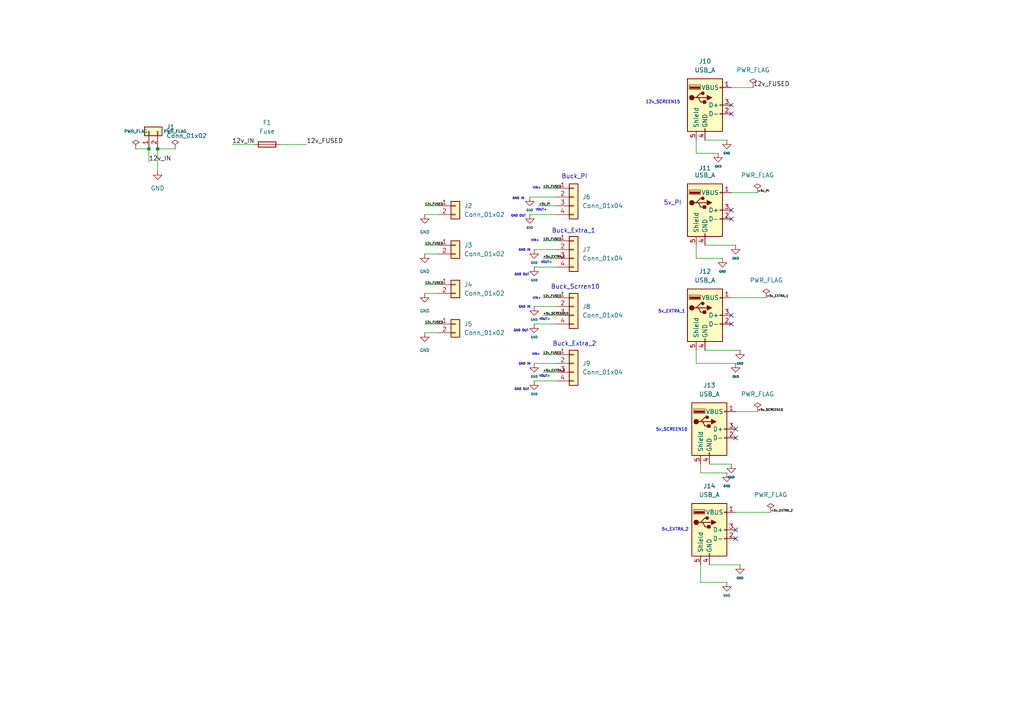
<source format=kicad_sch>
(kicad_sch
	(version 20250114)
	(generator "eeschema")
	(generator_version "9.0")
	(uuid "bae4482a-6f11-4f42-bed4-6ca3a953bc72")
	(paper "A4")
	(lib_symbols
		(symbol "Connector:USB_A"
			(pin_names
				(offset 1.016)
			)
			(exclude_from_sim no)
			(in_bom yes)
			(on_board yes)
			(property "Reference" "J"
				(at -5.08 11.43 0)
				(effects
					(font
						(size 1.27 1.27)
					)
					(justify left)
				)
			)
			(property "Value" "USB_A"
				(at -5.08 8.89 0)
				(effects
					(font
						(size 1.27 1.27)
					)
					(justify left)
				)
			)
			(property "Footprint" ""
				(at 3.81 -1.27 0)
				(effects
					(font
						(size 1.27 1.27)
					)
					(hide yes)
				)
			)
			(property "Datasheet" "~"
				(at 3.81 -1.27 0)
				(effects
					(font
						(size 1.27 1.27)
					)
					(hide yes)
				)
			)
			(property "Description" "USB Type A connector"
				(at 0 0 0)
				(effects
					(font
						(size 1.27 1.27)
					)
					(hide yes)
				)
			)
			(property "ki_keywords" "connector USB"
				(at 0 0 0)
				(effects
					(font
						(size 1.27 1.27)
					)
					(hide yes)
				)
			)
			(property "ki_fp_filters" "USB*"
				(at 0 0 0)
				(effects
					(font
						(size 1.27 1.27)
					)
					(hide yes)
				)
			)
			(symbol "USB_A_0_1"
				(rectangle
					(start -5.08 -7.62)
					(end 5.08 7.62)
					(stroke
						(width 0.254)
						(type default)
					)
					(fill
						(type background)
					)
				)
				(circle
					(center -3.81 2.159)
					(radius 0.635)
					(stroke
						(width 0.254)
						(type default)
					)
					(fill
						(type outline)
					)
				)
				(polyline
					(pts
						(xy -3.175 2.159) (xy -2.54 2.159) (xy -1.27 3.429) (xy -0.635 3.429)
					)
					(stroke
						(width 0.254)
						(type default)
					)
					(fill
						(type none)
					)
				)
				(polyline
					(pts
						(xy -2.54 2.159) (xy -1.905 2.159) (xy -1.27 0.889) (xy 0 0.889)
					)
					(stroke
						(width 0.254)
						(type default)
					)
					(fill
						(type none)
					)
				)
				(rectangle
					(start -1.524 4.826)
					(end -4.318 5.334)
					(stroke
						(width 0)
						(type default)
					)
					(fill
						(type outline)
					)
				)
				(rectangle
					(start -1.27 4.572)
					(end -4.572 5.842)
					(stroke
						(width 0)
						(type default)
					)
					(fill
						(type none)
					)
				)
				(circle
					(center -0.635 3.429)
					(radius 0.381)
					(stroke
						(width 0.254)
						(type default)
					)
					(fill
						(type outline)
					)
				)
				(rectangle
					(start -0.127 -7.62)
					(end 0.127 -6.858)
					(stroke
						(width 0)
						(type default)
					)
					(fill
						(type none)
					)
				)
				(rectangle
					(start 0.254 1.27)
					(end -0.508 0.508)
					(stroke
						(width 0.254)
						(type default)
					)
					(fill
						(type outline)
					)
				)
				(polyline
					(pts
						(xy 0.635 2.794) (xy 0.635 1.524) (xy 1.905 2.159) (xy 0.635 2.794)
					)
					(stroke
						(width 0.254)
						(type default)
					)
					(fill
						(type outline)
					)
				)
				(rectangle
					(start 5.08 4.953)
					(end 4.318 5.207)
					(stroke
						(width 0)
						(type default)
					)
					(fill
						(type none)
					)
				)
				(rectangle
					(start 5.08 -0.127)
					(end 4.318 0.127)
					(stroke
						(width 0)
						(type default)
					)
					(fill
						(type none)
					)
				)
				(rectangle
					(start 5.08 -2.667)
					(end 4.318 -2.413)
					(stroke
						(width 0)
						(type default)
					)
					(fill
						(type none)
					)
				)
			)
			(symbol "USB_A_1_1"
				(polyline
					(pts
						(xy -1.905 2.159) (xy 0.635 2.159)
					)
					(stroke
						(width 0.254)
						(type default)
					)
					(fill
						(type none)
					)
				)
				(pin passive line
					(at -2.54 -10.16 90)
					(length 2.54)
					(name "Shield"
						(effects
							(font
								(size 1.27 1.27)
							)
						)
					)
					(number "5"
						(effects
							(font
								(size 1.27 1.27)
							)
						)
					)
				)
				(pin power_in line
					(at 0 -10.16 90)
					(length 2.54)
					(name "GND"
						(effects
							(font
								(size 1.27 1.27)
							)
						)
					)
					(number "4"
						(effects
							(font
								(size 1.27 1.27)
							)
						)
					)
				)
				(pin power_in line
					(at 7.62 5.08 180)
					(length 2.54)
					(name "VBUS"
						(effects
							(font
								(size 1.27 1.27)
							)
						)
					)
					(number "1"
						(effects
							(font
								(size 1.27 1.27)
							)
						)
					)
				)
				(pin bidirectional line
					(at 7.62 0 180)
					(length 2.54)
					(name "D+"
						(effects
							(font
								(size 1.27 1.27)
							)
						)
					)
					(number "3"
						(effects
							(font
								(size 1.27 1.27)
							)
						)
					)
				)
				(pin bidirectional line
					(at 7.62 -2.54 180)
					(length 2.54)
					(name "D-"
						(effects
							(font
								(size 1.27 1.27)
							)
						)
					)
					(number "2"
						(effects
							(font
								(size 1.27 1.27)
							)
						)
					)
				)
			)
			(embedded_fonts no)
		)
		(symbol "Connector_Generic:Conn_01x02"
			(pin_names
				(offset 1.016)
				(hide yes)
			)
			(exclude_from_sim no)
			(in_bom yes)
			(on_board yes)
			(property "Reference" "J"
				(at 0 2.54 0)
				(effects
					(font
						(size 1.27 1.27)
					)
				)
			)
			(property "Value" "Conn_01x02"
				(at 0 -5.08 0)
				(effects
					(font
						(size 1.27 1.27)
					)
				)
			)
			(property "Footprint" ""
				(at 0 0 0)
				(effects
					(font
						(size 1.27 1.27)
					)
					(hide yes)
				)
			)
			(property "Datasheet" "~"
				(at 0 0 0)
				(effects
					(font
						(size 1.27 1.27)
					)
					(hide yes)
				)
			)
			(property "Description" "Generic connector, single row, 01x02, script generated (kicad-library-utils/schlib/autogen/connector/)"
				(at 0 0 0)
				(effects
					(font
						(size 1.27 1.27)
					)
					(hide yes)
				)
			)
			(property "ki_keywords" "connector"
				(at 0 0 0)
				(effects
					(font
						(size 1.27 1.27)
					)
					(hide yes)
				)
			)
			(property "ki_fp_filters" "Connector*:*_1x??_*"
				(at 0 0 0)
				(effects
					(font
						(size 1.27 1.27)
					)
					(hide yes)
				)
			)
			(symbol "Conn_01x02_1_1"
				(rectangle
					(start -1.27 1.27)
					(end 1.27 -3.81)
					(stroke
						(width 0.254)
						(type default)
					)
					(fill
						(type background)
					)
				)
				(rectangle
					(start -1.27 0.127)
					(end 0 -0.127)
					(stroke
						(width 0.1524)
						(type default)
					)
					(fill
						(type none)
					)
				)
				(rectangle
					(start -1.27 -2.413)
					(end 0 -2.667)
					(stroke
						(width 0.1524)
						(type default)
					)
					(fill
						(type none)
					)
				)
				(pin passive line
					(at -5.08 0 0)
					(length 3.81)
					(name "Pin_1"
						(effects
							(font
								(size 1.27 1.27)
							)
						)
					)
					(number "1"
						(effects
							(font
								(size 1.27 1.27)
							)
						)
					)
				)
				(pin passive line
					(at -5.08 -2.54 0)
					(length 3.81)
					(name "Pin_2"
						(effects
							(font
								(size 1.27 1.27)
							)
						)
					)
					(number "2"
						(effects
							(font
								(size 1.27 1.27)
							)
						)
					)
				)
			)
			(embedded_fonts no)
		)
		(symbol "Connector_Generic:Conn_01x04"
			(pin_names
				(offset 1.016)
				(hide yes)
			)
			(exclude_from_sim no)
			(in_bom yes)
			(on_board yes)
			(property "Reference" "J"
				(at 0 5.08 0)
				(effects
					(font
						(size 1.27 1.27)
					)
				)
			)
			(property "Value" "Conn_01x04"
				(at 0 -7.62 0)
				(effects
					(font
						(size 1.27 1.27)
					)
				)
			)
			(property "Footprint" ""
				(at 0 0 0)
				(effects
					(font
						(size 1.27 1.27)
					)
					(hide yes)
				)
			)
			(property "Datasheet" "~"
				(at 0 0 0)
				(effects
					(font
						(size 1.27 1.27)
					)
					(hide yes)
				)
			)
			(property "Description" "Generic connector, single row, 01x04, script generated (kicad-library-utils/schlib/autogen/connector/)"
				(at 0 0 0)
				(effects
					(font
						(size 1.27 1.27)
					)
					(hide yes)
				)
			)
			(property "ki_keywords" "connector"
				(at 0 0 0)
				(effects
					(font
						(size 1.27 1.27)
					)
					(hide yes)
				)
			)
			(property "ki_fp_filters" "Connector*:*_1x??_*"
				(at 0 0 0)
				(effects
					(font
						(size 1.27 1.27)
					)
					(hide yes)
				)
			)
			(symbol "Conn_01x04_1_1"
				(rectangle
					(start -1.27 3.81)
					(end 1.27 -6.35)
					(stroke
						(width 0.254)
						(type default)
					)
					(fill
						(type background)
					)
				)
				(rectangle
					(start -1.27 2.667)
					(end 0 2.413)
					(stroke
						(width 0.1524)
						(type default)
					)
					(fill
						(type none)
					)
				)
				(rectangle
					(start -1.27 0.127)
					(end 0 -0.127)
					(stroke
						(width 0.1524)
						(type default)
					)
					(fill
						(type none)
					)
				)
				(rectangle
					(start -1.27 -2.413)
					(end 0 -2.667)
					(stroke
						(width 0.1524)
						(type default)
					)
					(fill
						(type none)
					)
				)
				(rectangle
					(start -1.27 -4.953)
					(end 0 -5.207)
					(stroke
						(width 0.1524)
						(type default)
					)
					(fill
						(type none)
					)
				)
				(pin passive line
					(at -5.08 2.54 0)
					(length 3.81)
					(name "Pin_1"
						(effects
							(font
								(size 1.27 1.27)
							)
						)
					)
					(number "1"
						(effects
							(font
								(size 1.27 1.27)
							)
						)
					)
				)
				(pin passive line
					(at -5.08 0 0)
					(length 3.81)
					(name "Pin_2"
						(effects
							(font
								(size 1.27 1.27)
							)
						)
					)
					(number "2"
						(effects
							(font
								(size 1.27 1.27)
							)
						)
					)
				)
				(pin passive line
					(at -5.08 -2.54 0)
					(length 3.81)
					(name "Pin_3"
						(effects
							(font
								(size 1.27 1.27)
							)
						)
					)
					(number "3"
						(effects
							(font
								(size 1.27 1.27)
							)
						)
					)
				)
				(pin passive line
					(at -5.08 -5.08 0)
					(length 3.81)
					(name "Pin_4"
						(effects
							(font
								(size 1.27 1.27)
							)
						)
					)
					(number "4"
						(effects
							(font
								(size 1.27 1.27)
							)
						)
					)
				)
			)
			(embedded_fonts no)
		)
		(symbol "Device:Fuse"
			(pin_numbers
				(hide yes)
			)
			(pin_names
				(offset 0)
			)
			(exclude_from_sim no)
			(in_bom yes)
			(on_board yes)
			(property "Reference" "F"
				(at 2.032 0 90)
				(effects
					(font
						(size 1.27 1.27)
					)
				)
			)
			(property "Value" "Fuse"
				(at -1.905 0 90)
				(effects
					(font
						(size 1.27 1.27)
					)
				)
			)
			(property "Footprint" ""
				(at -1.778 0 90)
				(effects
					(font
						(size 1.27 1.27)
					)
					(hide yes)
				)
			)
			(property "Datasheet" "~"
				(at 0 0 0)
				(effects
					(font
						(size 1.27 1.27)
					)
					(hide yes)
				)
			)
			(property "Description" "Fuse"
				(at 0 0 0)
				(effects
					(font
						(size 1.27 1.27)
					)
					(hide yes)
				)
			)
			(property "ki_keywords" "fuse"
				(at 0 0 0)
				(effects
					(font
						(size 1.27 1.27)
					)
					(hide yes)
				)
			)
			(property "ki_fp_filters" "*Fuse*"
				(at 0 0 0)
				(effects
					(font
						(size 1.27 1.27)
					)
					(hide yes)
				)
			)
			(symbol "Fuse_0_1"
				(rectangle
					(start -0.762 -2.54)
					(end 0.762 2.54)
					(stroke
						(width 0.254)
						(type default)
					)
					(fill
						(type none)
					)
				)
				(polyline
					(pts
						(xy 0 2.54) (xy 0 -2.54)
					)
					(stroke
						(width 0)
						(type default)
					)
					(fill
						(type none)
					)
				)
			)
			(symbol "Fuse_1_1"
				(pin passive line
					(at 0 3.81 270)
					(length 1.27)
					(name "~"
						(effects
							(font
								(size 1.27 1.27)
							)
						)
					)
					(number "1"
						(effects
							(font
								(size 1.27 1.27)
							)
						)
					)
				)
				(pin passive line
					(at 0 -3.81 90)
					(length 1.27)
					(name "~"
						(effects
							(font
								(size 1.27 1.27)
							)
						)
					)
					(number "2"
						(effects
							(font
								(size 1.27 1.27)
							)
						)
					)
				)
			)
			(embedded_fonts no)
		)
		(symbol "power:GND"
			(power)
			(pin_numbers
				(hide yes)
			)
			(pin_names
				(offset 0)
				(hide yes)
			)
			(exclude_from_sim no)
			(in_bom yes)
			(on_board yes)
			(property "Reference" "#PWR"
				(at 0 -6.35 0)
				(effects
					(font
						(size 1.27 1.27)
					)
					(hide yes)
				)
			)
			(property "Value" "GND"
				(at 0 -3.81 0)
				(effects
					(font
						(size 1.27 1.27)
					)
				)
			)
			(property "Footprint" ""
				(at 0 0 0)
				(effects
					(font
						(size 1.27 1.27)
					)
					(hide yes)
				)
			)
			(property "Datasheet" ""
				(at 0 0 0)
				(effects
					(font
						(size 1.27 1.27)
					)
					(hide yes)
				)
			)
			(property "Description" "Power symbol creates a global label with name \"GND\" , ground"
				(at 0 0 0)
				(effects
					(font
						(size 1.27 1.27)
					)
					(hide yes)
				)
			)
			(property "ki_keywords" "global power"
				(at 0 0 0)
				(effects
					(font
						(size 1.27 1.27)
					)
					(hide yes)
				)
			)
			(symbol "GND_0_1"
				(polyline
					(pts
						(xy 0 0) (xy 0 -1.27) (xy 1.27 -1.27) (xy 0 -2.54) (xy -1.27 -1.27) (xy 0 -1.27)
					)
					(stroke
						(width 0)
						(type default)
					)
					(fill
						(type none)
					)
				)
			)
			(symbol "GND_1_1"
				(pin power_in line
					(at 0 0 270)
					(length 0)
					(name "~"
						(effects
							(font
								(size 1.27 1.27)
							)
						)
					)
					(number "1"
						(effects
							(font
								(size 1.27 1.27)
							)
						)
					)
				)
			)
			(embedded_fonts no)
		)
		(symbol "power:PWR_FLAG"
			(power)
			(pin_numbers
				(hide yes)
			)
			(pin_names
				(offset 0)
				(hide yes)
			)
			(exclude_from_sim no)
			(in_bom yes)
			(on_board yes)
			(property "Reference" "#FLG"
				(at 0 1.905 0)
				(effects
					(font
						(size 1.27 1.27)
					)
					(hide yes)
				)
			)
			(property "Value" "PWR_FLAG"
				(at 0 3.81 0)
				(effects
					(font
						(size 1.27 1.27)
					)
				)
			)
			(property "Footprint" ""
				(at 0 0 0)
				(effects
					(font
						(size 1.27 1.27)
					)
					(hide yes)
				)
			)
			(property "Datasheet" "~"
				(at 0 0 0)
				(effects
					(font
						(size 1.27 1.27)
					)
					(hide yes)
				)
			)
			(property "Description" "Special symbol for telling ERC where power comes from"
				(at 0 0 0)
				(effects
					(font
						(size 1.27 1.27)
					)
					(hide yes)
				)
			)
			(property "ki_keywords" "flag power"
				(at 0 0 0)
				(effects
					(font
						(size 1.27 1.27)
					)
					(hide yes)
				)
			)
			(symbol "PWR_FLAG_0_0"
				(pin power_out line
					(at 0 0 90)
					(length 0)
					(name "~"
						(effects
							(font
								(size 1.27 1.27)
							)
						)
					)
					(number "1"
						(effects
							(font
								(size 1.27 1.27)
							)
						)
					)
				)
			)
			(symbol "PWR_FLAG_0_1"
				(polyline
					(pts
						(xy 0 0) (xy 0 1.27) (xy -1.016 1.905) (xy 0 2.54) (xy 1.016 1.905) (xy 0 1.27)
					)
					(stroke
						(width 0)
						(type default)
					)
					(fill
						(type none)
					)
				)
			)
			(embedded_fonts no)
		)
	)
	(text "GND IN"
		(exclude_from_sim no)
		(at 150.368 57.658 0)
		(effects
			(font
				(size 0.635 0.635)
			)
		)
		(uuid "15fb6d05-ed93-4460-bad4-550992d7964d")
	)
	(text "VOUT+"
		(exclude_from_sim no)
		(at 157.988 109.22 0)
		(effects
			(font
				(size 0.635 0.635)
			)
		)
		(uuid "21ff88a1-175e-43bf-b333-0d515e3c8c39")
	)
	(text "Buck_Scrren10"
		(exclude_from_sim no)
		(at 166.878 83.312 0)
		(effects
			(font
				(size 1.27 1.27)
			)
		)
		(uuid "263de4ef-dc37-4867-84ba-79605e1e77ff")
	)
	(text "5v_PI"
		(exclude_from_sim no)
		(at 195.072 58.928 0)
		(effects
			(font
				(size 1.27 1.27)
			)
		)
		(uuid "32a8cf8a-7535-4aca-b7dd-48010fff409e")
	)
	(text "GND IN"
		(exclude_from_sim no)
		(at 152.146 72.644 0)
		(effects
			(font
				(size 0.635 0.635)
			)
		)
		(uuid "32ddb047-6450-48a6-aa1c-d7287c04bf77")
	)
	(text "5v_SCREEN10"
		(exclude_from_sim no)
		(at 194.818 124.714 0)
		(effects
			(font
				(size 0.889 0.889)
			)
		)
		(uuid "358c9d40-0ce5-4e83-9f26-b13184498e8a")
	)
	(text "GND IN"
		(exclude_from_sim no)
		(at 152.146 105.664 0)
		(effects
			(font
				(size 0.635 0.635)
			)
		)
		(uuid "36bdbba5-ff3f-4c0c-8dde-01f1384f59b6")
	)
	(text "GND OUT"
		(exclude_from_sim no)
		(at 151.13 96.012 0)
		(effects
			(font
				(size 0.635 0.635)
			)
		)
		(uuid "37725c8f-4a7c-419e-999a-104bb8e3c22c")
	)
	(text "VIN+"
		(exclude_from_sim no)
		(at 155.194 69.85 0)
		(effects
			(font
				(size 0.635 0.635)
			)
		)
		(uuid "38d3a237-e57a-4f65-be8a-ba75ba12221c")
	)
	(text "VOUT+"
		(exclude_from_sim no)
		(at 157.988 92.71 0)
		(effects
			(font
				(size 0.635 0.635)
			)
		)
		(uuid "3954fde6-c6fd-443d-92a3-e757b7ee8a0d")
	)
	(text "VOUT+"
		(exclude_from_sim no)
		(at 158.496 76.2 0)
		(effects
			(font
				(size 0.635 0.635)
			)
		)
		(uuid "43cae4e3-6a98-445c-821f-d804db94264b")
	)
	(text "VIN+"
		(exclude_from_sim no)
		(at 155.702 54.61 0)
		(effects
			(font
				(size 0.635 0.635)
			)
		)
		(uuid "53946e17-e663-4953-839a-018c5b07e332")
	)
	(text "GND OUT"
		(exclude_from_sim no)
		(at 151.384 113.03 0)
		(effects
			(font
				(size 0.635 0.635)
			)
		)
		(uuid "56d223ea-1dc0-4aff-96f1-d4ed3027dc2e")
	)
	(text "GND IN"
		(exclude_from_sim no)
		(at 152.146 89.154 0)
		(effects
			(font
				(size 0.635 0.635)
			)
		)
		(uuid "5b1340cf-b94f-413d-b4ab-958842a9c79c")
	)
	(text "Buck_PI"
		(exclude_from_sim no)
		(at 166.624 51.308 0)
		(effects
			(font
				(size 1.27 1.27)
			)
		)
		(uuid "5cf97745-f27d-4b95-a548-b2868ce5c9fd")
	)
	(text "GND OUT"
		(exclude_from_sim no)
		(at 151.384 79.756 0)
		(effects
			(font
				(size 0.635 0.635)
			)
		)
		(uuid "65dbea0d-328d-4628-a07d-0fc16d5a9652")
	)
	(text "12v_SCREEN15"
		(exclude_from_sim no)
		(at 192.278 29.718 0)
		(effects
			(font
				(size 0.889 0.889)
			)
		)
		(uuid "6903c8d7-6556-43f0-b811-ec837125a450")
	)
	(text "Buck_Extra_1"
		(exclude_from_sim no)
		(at 166.37 67.056 0)
		(effects
			(font
				(size 1.27 1.27)
			)
		)
		(uuid "695559a6-7f7b-40a2-b9aa-50ec849aaf56")
	)
	(text "VOUT+"
		(exclude_from_sim no)
		(at 156.972 60.96 0)
		(effects
			(font
				(size 0.635 0.635)
			)
		)
		(uuid "6ecf4e58-45fe-4210-bc35-2434ba649bf9")
	)
	(text "5v_EXTRA_2"
		(exclude_from_sim no)
		(at 195.834 153.67 0)
		(effects
			(font
				(size 0.889 0.889)
			)
		)
		(uuid "7914aa6a-a144-495e-ae69-4da82682cb52")
	)
	(text "Buck_Extra_2"
		(exclude_from_sim no)
		(at 166.624 99.822 0)
		(effects
			(font
				(size 1.27 1.27)
			)
		)
		(uuid "81843c44-379c-4096-bf4a-488367114890")
	)
	(text "VIN+"
		(exclude_from_sim no)
		(at 155.448 102.87 0)
		(effects
			(font
				(size 0.635 0.635)
			)
		)
		(uuid "98b5e24b-ef07-42ea-9473-f6c875c3a73c")
	)
	(text "VIN+"
		(exclude_from_sim no)
		(at 155.702 86.614 0)
		(effects
			(font
				(size 0.635 0.635)
			)
		)
		(uuid "cef419d3-b348-4495-bd69-860d999dbfbf")
	)
	(text "GND OUT"
		(exclude_from_sim no)
		(at 150.368 62.738 0)
		(effects
			(font
				(size 0.635 0.635)
			)
		)
		(uuid "d4b2888f-0447-4084-987d-cbf7859a1b96")
	)
	(text "5v_EXTRA_1"
		(exclude_from_sim no)
		(at 194.818 90.424 0)
		(effects
			(font
				(size 0.889 0.889)
			)
		)
		(uuid "d9a4dc06-5116-4a20-8abb-cd09aa0e3cd3")
	)
	(junction
		(at 45.72 43.18)
		(diameter 0)
		(color 0 0 0 0)
		(uuid "2ddd67b0-6ea4-4886-835d-67b8434a8983")
	)
	(junction
		(at 43.18 43.18)
		(diameter 0)
		(color 0 0 0 0)
		(uuid "dc8ffd27-0662-4512-9ce9-699b5756eafc")
	)
	(no_connect
		(at 212.09 33.02)
		(uuid "33f4b158-0fd1-4b3b-a1b8-09c4eb6fbdde")
	)
	(no_connect
		(at 212.09 93.98)
		(uuid "44e0c792-35fb-4981-a05c-d0fb6033084b")
	)
	(no_connect
		(at 213.36 153.67)
		(uuid "665c457f-ddb6-485e-a8d9-a252fd144ab6")
	)
	(no_connect
		(at 213.36 127)
		(uuid "713b4af7-9f17-42a2-8d30-16cc1e212858")
	)
	(no_connect
		(at 212.09 91.44)
		(uuid "77286722-734c-4dcf-9ee6-fe438c963707")
	)
	(no_connect
		(at 213.36 124.46)
		(uuid "9913d39d-9155-4a35-9261-b8c66dbca496")
	)
	(no_connect
		(at 212.09 60.96)
		(uuid "b36ebfb1-26c0-4435-a080-b172276eb57b")
	)
	(no_connect
		(at 212.09 63.5)
		(uuid "da9ebe76-e0be-4939-81dc-4a1876a5b1b9")
	)
	(no_connect
		(at 212.09 30.48)
		(uuid "e8b1aa02-1d42-4e21-91e1-5ca1895fb4a0")
	)
	(no_connect
		(at 213.36 156.21)
		(uuid "f477930d-8a7a-4022-b44d-30172dd692ff")
	)
	(wire
		(pts
			(xy 154.94 88.9) (xy 161.29 88.9)
		)
		(stroke
			(width 0)
			(type default)
		)
		(uuid "025747ca-d9fe-458f-a100-665df9c41fee")
	)
	(wire
		(pts
			(xy 123.19 73.66) (xy 127 73.66)
		)
		(stroke
			(width 0)
			(type default)
		)
		(uuid "057161dd-8b79-4b63-ba98-7bf9731a6372")
	)
	(wire
		(pts
			(xy 43.18 43.18) (xy 43.18 46.99)
		)
		(stroke
			(width 0)
			(type default)
		)
		(uuid "063a8edf-d9df-4d5d-9291-558e60d1e844")
	)
	(wire
		(pts
			(xy 213.36 119.38) (xy 219.71 119.38)
		)
		(stroke
			(width 0)
			(type default)
		)
		(uuid "08fbed0d-b258-4e9a-addc-2343409708e9")
	)
	(wire
		(pts
			(xy 201.93 40.64) (xy 201.93 44.45)
		)
		(stroke
			(width 0)
			(type default)
		)
		(uuid "09f9b6da-4a27-45d1-a961-5a1a98bf7ded")
	)
	(wire
		(pts
			(xy 204.47 101.6) (xy 214.63 101.6)
		)
		(stroke
			(width 0)
			(type default)
		)
		(uuid "0b382076-7be7-47c1-8fb3-07b580cba262")
	)
	(wire
		(pts
			(xy 212.09 55.88) (xy 219.71 55.88)
		)
		(stroke
			(width 0)
			(type default)
		)
		(uuid "0f44c7c3-2634-4ad4-9024-ddb0b76e80f6")
	)
	(wire
		(pts
			(xy 153.67 57.15) (xy 161.29 57.15)
		)
		(stroke
			(width 0)
			(type default)
		)
		(uuid "104949cd-63cc-4bfb-a2e1-964366e45b88")
	)
	(wire
		(pts
			(xy 201.93 101.6) (xy 201.93 105.41)
		)
		(stroke
			(width 0)
			(type default)
		)
		(uuid "161633bb-bd25-4e1f-b8f4-06bff0c314f8")
	)
	(wire
		(pts
			(xy 67.31 41.91) (xy 73.66 41.91)
		)
		(stroke
			(width 0)
			(type default)
		)
		(uuid "20c6c929-6faa-47bf-a452-8d1441d023df")
	)
	(wire
		(pts
			(xy 123.19 93.98) (xy 127 93.98)
		)
		(stroke
			(width 0)
			(type default)
		)
		(uuid "24c9598e-e40b-4493-949d-a4e4db33cf1f")
	)
	(wire
		(pts
			(xy 203.2 168.91) (xy 210.82 168.91)
		)
		(stroke
			(width 0)
			(type default)
		)
		(uuid "2de0fb3b-3444-4c1c-ab58-808e14774ac2")
	)
	(wire
		(pts
			(xy 203.2 163.83) (xy 203.2 168.91)
		)
		(stroke
			(width 0)
			(type default)
		)
		(uuid "2e90ea05-33cc-476a-9ba6-edb11dc96369")
	)
	(wire
		(pts
			(xy 212.09 25.4) (xy 218.44 25.4)
		)
		(stroke
			(width 0)
			(type default)
		)
		(uuid "31761c95-d6da-451b-b202-8bc17225318e")
	)
	(wire
		(pts
			(xy 204.47 71.12) (xy 213.36 71.12)
		)
		(stroke
			(width 0)
			(type default)
		)
		(uuid "33781d11-247b-43d2-9e42-4cc3e0ae7c13")
	)
	(wire
		(pts
			(xy 154.94 93.98) (xy 161.29 93.98)
		)
		(stroke
			(width 0)
			(type default)
		)
		(uuid "4111bd87-ad2a-4682-9416-74f4c1b73b4d")
	)
	(wire
		(pts
			(xy 205.74 163.83) (xy 214.63 163.83)
		)
		(stroke
			(width 0)
			(type default)
		)
		(uuid "41855182-0600-4e34-a7ef-09dfe6ea81ec")
	)
	(wire
		(pts
			(xy 201.93 71.12) (xy 201.93 74.93)
		)
		(stroke
			(width 0)
			(type default)
		)
		(uuid "45f0af4a-8d37-44ff-905d-1a4c04531b3b")
	)
	(wire
		(pts
			(xy 203.2 137.16) (xy 210.82 137.16)
		)
		(stroke
			(width 0)
			(type default)
		)
		(uuid "4626e9b3-de59-4835-915e-06054175e15c")
	)
	(wire
		(pts
			(xy 212.09 86.36) (xy 222.25 86.36)
		)
		(stroke
			(width 0)
			(type default)
		)
		(uuid "4946cf10-c83c-4373-81dd-5c8dc30afbf2")
	)
	(wire
		(pts
			(xy 154.94 110.49) (xy 161.29 110.49)
		)
		(stroke
			(width 0)
			(type default)
		)
		(uuid "497eb88d-cb23-43d3-af45-86b992318e57")
	)
	(wire
		(pts
			(xy 157.48 102.87) (xy 161.29 102.87)
		)
		(stroke
			(width 0)
			(type default)
		)
		(uuid "54e3db54-99a6-408b-bf91-c903fce0108e")
	)
	(wire
		(pts
			(xy 153.67 62.23) (xy 161.29 62.23)
		)
		(stroke
			(width 0)
			(type default)
		)
		(uuid "567c9b1a-fc13-4164-8546-5b126cbcab92")
	)
	(wire
		(pts
			(xy 156.21 59.69) (xy 161.29 59.69)
		)
		(stroke
			(width 0)
			(type default)
		)
		(uuid "632214b0-ef8b-4849-a4d2-fdefb4b09dd0")
	)
	(wire
		(pts
			(xy 157.48 74.93) (xy 161.29 74.93)
		)
		(stroke
			(width 0)
			(type default)
		)
		(uuid "6514550a-adba-4fb4-a220-2f6ec3095db9")
	)
	(wire
		(pts
			(xy 154.94 72.39) (xy 161.29 72.39)
		)
		(stroke
			(width 0)
			(type default)
		)
		(uuid "65337e38-d493-44cb-8176-bb6aae4706c2")
	)
	(wire
		(pts
			(xy 123.19 62.23) (xy 127 62.23)
		)
		(stroke
			(width 0)
			(type default)
		)
		(uuid "6ee8ad8c-7df9-40a7-9116-a584d5f7e5cf")
	)
	(wire
		(pts
			(xy 81.28 41.91) (xy 88.9 41.91)
		)
		(stroke
			(width 0)
			(type default)
		)
		(uuid "6ef7d4a5-4c09-4cbd-99ed-6866564cd19e")
	)
	(wire
		(pts
			(xy 204.47 40.64) (xy 210.82 40.64)
		)
		(stroke
			(width 0)
			(type default)
		)
		(uuid "702390a7-5899-479f-b601-a514bad0bb5d")
	)
	(wire
		(pts
			(xy 203.2 134.62) (xy 203.2 137.16)
		)
		(stroke
			(width 0)
			(type default)
		)
		(uuid "73b88481-fc07-4cde-b343-acdfa4e9087b")
	)
	(wire
		(pts
			(xy 39.37 43.18) (xy 43.18 43.18)
		)
		(stroke
			(width 0)
			(type default)
		)
		(uuid "82fa1258-0d62-4a9b-8ac8-ab15a9198f46")
	)
	(wire
		(pts
			(xy 157.48 86.36) (xy 161.29 86.36)
		)
		(stroke
			(width 0)
			(type default)
		)
		(uuid "98b2298c-52bc-4369-9fa5-e4fd4d94429a")
	)
	(wire
		(pts
			(xy 45.72 43.18) (xy 50.8 43.18)
		)
		(stroke
			(width 0)
			(type default)
		)
		(uuid "9cf56673-ed85-4887-bc3f-ad19aa70b085")
	)
	(wire
		(pts
			(xy 157.48 54.61) (xy 161.29 54.61)
		)
		(stroke
			(width 0)
			(type default)
		)
		(uuid "a4577f7c-34b6-403a-9e9c-06408916c3d1")
	)
	(wire
		(pts
			(xy 123.19 96.52) (xy 127 96.52)
		)
		(stroke
			(width 0)
			(type default)
		)
		(uuid "a6ecbef1-02d6-4293-8b7c-db39dfc31d83")
	)
	(wire
		(pts
			(xy 154.94 105.41) (xy 161.29 105.41)
		)
		(stroke
			(width 0)
			(type default)
		)
		(uuid "af129198-08ff-49e1-8cb3-c3d4847c83fd")
	)
	(wire
		(pts
			(xy 123.19 82.55) (xy 127 82.55)
		)
		(stroke
			(width 0)
			(type default)
		)
		(uuid "b3e55bf1-4904-43b6-a202-adf15a35d641")
	)
	(wire
		(pts
			(xy 205.74 134.62) (xy 212.09 134.62)
		)
		(stroke
			(width 0)
			(type default)
		)
		(uuid "bbd4f33b-a977-4cd7-ba1e-f197b0bb0c54")
	)
	(wire
		(pts
			(xy 154.94 77.47) (xy 161.29 77.47)
		)
		(stroke
			(width 0)
			(type default)
		)
		(uuid "cb91deb7-7c1b-48f3-b361-662c15492f96")
	)
	(wire
		(pts
			(xy 201.93 74.93) (xy 209.55 74.93)
		)
		(stroke
			(width 0)
			(type default)
		)
		(uuid "cbd3d384-f945-40e3-b9c9-7c18b704507f")
	)
	(wire
		(pts
			(xy 201.93 44.45) (xy 208.28 44.45)
		)
		(stroke
			(width 0)
			(type default)
		)
		(uuid "d5e0ee5e-ef07-475d-9d2f-54a3dce082b2")
	)
	(wire
		(pts
			(xy 157.48 69.85) (xy 161.29 69.85)
		)
		(stroke
			(width 0)
			(type default)
		)
		(uuid "d623d785-bfd2-45b2-b3dd-7dc168acb980")
	)
	(wire
		(pts
			(xy 45.72 43.18) (xy 45.72 49.53)
		)
		(stroke
			(width 0)
			(type default)
		)
		(uuid "db02ef7f-6a37-4fbd-b61c-4e1dbbfbadc7")
	)
	(wire
		(pts
			(xy 157.48 91.44) (xy 161.29 91.44)
		)
		(stroke
			(width 0)
			(type default)
		)
		(uuid "e3dbd2b4-d6a9-462e-a60a-61b38651085f")
	)
	(wire
		(pts
			(xy 123.19 59.69) (xy 127 59.69)
		)
		(stroke
			(width 0)
			(type default)
		)
		(uuid "e59f743f-b57c-49b7-a5c6-15e3cfa11d70")
	)
	(wire
		(pts
			(xy 123.19 85.09) (xy 127 85.09)
		)
		(stroke
			(width 0)
			(type default)
		)
		(uuid "e7b679dd-bc7c-456f-a77f-9b0ca8da7107")
	)
	(wire
		(pts
			(xy 123.19 71.12) (xy 127 71.12)
		)
		(stroke
			(width 0)
			(type default)
		)
		(uuid "e970c6e7-3f28-480b-b707-454847f52995")
	)
	(wire
		(pts
			(xy 201.93 105.41) (xy 213.36 105.41)
		)
		(stroke
			(width 0)
			(type default)
		)
		(uuid "eb7106b2-98d1-425c-8ce3-17dc43f5b7fb")
	)
	(wire
		(pts
			(xy 157.48 107.95) (xy 161.29 107.95)
		)
		(stroke
			(width 0)
			(type default)
		)
		(uuid "f98d6485-b063-42cd-96ca-19cc54986cb4")
	)
	(wire
		(pts
			(xy 213.36 148.59) (xy 223.52 148.59)
		)
		(stroke
			(width 0)
			(type default)
		)
		(uuid "f9a75199-35eb-4007-980f-b53f02b27d45")
	)
	(label "+5v_EXTRA_2"
		(at 157.48 107.95 0)
		(effects
			(font
				(size 0.635 0.635)
			)
			(justify left bottom)
		)
		(uuid "0bbddc2e-8b63-4197-a747-0ec4d2ffdbd4")
	)
	(label "12v_FUSED"
		(at 123.19 93.98 0)
		(effects
			(font
				(size 0.635 0.635)
			)
			(justify left bottom)
		)
		(uuid "10b0505c-8cff-475d-ad8b-d2d702251039")
	)
	(label "+5v_PI"
		(at 156.21 59.69 0)
		(effects
			(font
				(size 0.635 0.635)
			)
			(justify left bottom)
		)
		(uuid "1754f239-29f9-4d33-bd0c-a5ef7df0fae3")
	)
	(label "12v_FUSED"
		(at 157.48 54.61 0)
		(effects
			(font
				(size 0.635 0.635)
			)
			(justify left bottom)
		)
		(uuid "3357d6e3-531d-4dce-ac36-8a603a8c5a5e")
	)
	(label "12v_FUSED"
		(at 123.19 71.12 0)
		(effects
			(font
				(size 0.635 0.635)
			)
			(justify left bottom)
		)
		(uuid "3757fce9-7b67-488b-80a5-c6a2a70f0e19")
	)
	(label "12v_FUSED"
		(at 123.19 59.69 0)
		(effects
			(font
				(size 0.635 0.635)
			)
			(justify left bottom)
		)
		(uuid "47a8dc3a-9e29-436d-9d35-71b5555e5c7b")
	)
	(label "12v_FUSED"
		(at 123.19 82.55 0)
		(effects
			(font
				(size 0.635 0.635)
			)
			(justify left bottom)
		)
		(uuid "5c713a0b-e1ac-4ca5-9d26-129c5ed8801b")
	)
	(label "12v_FUSED"
		(at 157.48 102.87 0)
		(effects
			(font
				(size 0.635 0.635)
			)
			(justify left bottom)
		)
		(uuid "63537449-ba14-43a6-8830-e66d9b4a7057")
	)
	(label "+5v_EXTRA_1"
		(at 157.48 74.93 0)
		(effects
			(font
				(size 0.635 0.635)
			)
			(justify left bottom)
		)
		(uuid "6790b82d-adbb-4a23-a6cd-3ee41da2dd07")
	)
	(label "12v_FUSED"
		(at 218.44 25.4 0)
		(effects
			(font
				(size 1.27 1.27)
			)
			(justify left bottom)
		)
		(uuid "6c0aa27f-96f9-434d-9e0e-6d294eb4bad4")
	)
	(label "+5v_EXTRA_1"
		(at 222.25 86.36 0)
		(effects
			(font
				(size 0.635 0.635)
			)
			(justify left bottom)
		)
		(uuid "7aab3dd3-e4ff-4a55-ba4b-41611e6dc633")
	)
	(label "12v_IN"
		(at 67.31 41.91 0)
		(effects
			(font
				(size 1.27 1.27)
			)
			(justify left bottom)
		)
		(uuid "82673392-084b-4eb4-960b-c4921ef19229")
	)
	(label "+5v_SCREEN10"
		(at 219.71 119.38 0)
		(effects
			(font
				(size 0.635 0.635)
			)
			(justify left bottom)
		)
		(uuid "8d9b6875-61b4-4e1b-8326-c70d7a87d657")
	)
	(label "12v_IN"
		(at 43.18 46.99 0)
		(effects
			(font
				(size 1.27 1.27)
			)
			(justify left bottom)
		)
		(uuid "98e9b460-f1ae-4f43-95f0-debe111c01a1")
	)
	(label "12v_FUSED"
		(at 157.48 69.85 0)
		(effects
			(font
				(size 0.635 0.635)
			)
			(justify left bottom)
		)
		(uuid "99d18851-f27a-4cd0-8835-6a72df80a95e")
	)
	(label "12v_FUSED"
		(at 157.48 86.36 0)
		(effects
			(font
				(size 0.635 0.635)
			)
			(justify left bottom)
		)
		(uuid "a3b04980-6986-411b-82e0-f149d3ea437b")
	)
	(label "+5v_EXTRA_2"
		(at 223.52 148.59 0)
		(effects
			(font
				(size 0.635 0.635)
			)
			(justify left bottom)
		)
		(uuid "b8c988c6-937a-480b-875d-a7986ebce7ad")
	)
	(label "+5v_PI"
		(at 219.71 55.88 0)
		(effects
			(font
				(size 0.635 0.635)
			)
			(justify left bottom)
		)
		(uuid "bc95e52e-eb79-4d16-a078-418bce643990")
	)
	(label "12v_FUSED"
		(at 88.9 41.91 0)
		(effects
			(font
				(size 1.27 1.27)
			)
			(justify left bottom)
		)
		(uuid "e9c2552e-787a-4158-bc9c-88947373b897")
	)
	(label "+5v_SCREEN10"
		(at 157.48 91.44 0)
		(effects
			(font
				(size 0.635 0.635)
			)
			(justify left bottom)
		)
		(uuid "fad2e630-5fec-4700-9c32-cf17c91c4411")
	)
	(symbol
		(lib_id "power:GND")
		(at 210.82 168.91 0)
		(unit 1)
		(exclude_from_sim no)
		(in_bom yes)
		(on_board yes)
		(dnp no)
		(fields_autoplaced yes)
		(uuid "03a00eb6-7ca3-4351-b5cb-adb7a6bd5386")
		(property "Reference" "#PWR018"
			(at 210.82 175.26 0)
			(effects
				(font
					(size 1.27 1.27)
				)
				(hide yes)
			)
		)
		(property "Value" "GND"
			(at 210.82 172.72 0)
			(effects
				(font
					(size 0.635 0.635)
				)
			)
		)
		(property "Footprint" ""
			(at 210.82 168.91 0)
			(effects
				(font
					(size 1.27 1.27)
				)
				(hide yes)
			)
		)
		(property "Datasheet" ""
			(at 210.82 168.91 0)
			(effects
				(font
					(size 1.27 1.27)
				)
				(hide yes)
			)
		)
		(property "Description" "Power symbol creates a global label with name \"GND\" , ground"
			(at 210.82 168.91 0)
			(effects
				(font
					(size 1.27 1.27)
				)
				(hide yes)
			)
		)
		(pin "1"
			(uuid "0ec94c4c-4227-4a9d-9a5d-6cbc1c1c0002")
		)
		(instances
			(project "Robot_power_board"
				(path "/bae4482a-6f11-4f42-bed4-6ca3a953bc72"
					(reference "#PWR018")
					(unit 1)
				)
			)
		)
	)
	(symbol
		(lib_id "power:GND")
		(at 214.63 163.83 0)
		(unit 1)
		(exclude_from_sim no)
		(in_bom yes)
		(on_board yes)
		(dnp no)
		(fields_autoplaced yes)
		(uuid "0a26f9e0-5008-4133-852a-1d8492b518dc")
		(property "Reference" "#PWR023"
			(at 214.63 170.18 0)
			(effects
				(font
					(size 1.27 1.27)
				)
				(hide yes)
			)
		)
		(property "Value" "GND"
			(at 214.63 167.64 0)
			(effects
				(font
					(size 0.635 0.635)
				)
			)
		)
		(property "Footprint" ""
			(at 214.63 163.83 0)
			(effects
				(font
					(size 1.27 1.27)
				)
				(hide yes)
			)
		)
		(property "Datasheet" ""
			(at 214.63 163.83 0)
			(effects
				(font
					(size 1.27 1.27)
				)
				(hide yes)
			)
		)
		(property "Description" "Power symbol creates a global label with name \"GND\" , ground"
			(at 214.63 163.83 0)
			(effects
				(font
					(size 1.27 1.27)
				)
				(hide yes)
			)
		)
		(pin "1"
			(uuid "b229007a-c9eb-4aac-819c-7caed7839349")
		)
		(instances
			(project "Robot_power_board"
				(path "/bae4482a-6f11-4f42-bed4-6ca3a953bc72"
					(reference "#PWR023")
					(unit 1)
				)
			)
		)
	)
	(symbol
		(lib_id "Connector_Generic:Conn_01x02")
		(at 43.18 38.1 90)
		(unit 1)
		(exclude_from_sim no)
		(in_bom yes)
		(on_board yes)
		(dnp no)
		(fields_autoplaced yes)
		(uuid "12884466-ee5f-4ec1-a254-c12dd3b0789c")
		(property "Reference" "J1"
			(at 48.26 36.8299 90)
			(effects
				(font
					(size 1.27 1.27)
				)
				(justify right)
			)
		)
		(property "Value" "Conn_01x02"
			(at 48.26 39.3699 90)
			(effects
				(font
					(size 1.27 1.27)
				)
				(justify right)
			)
		)
		(property "Footprint" "TerminalBlock_Phoenix:TerminalBlock_Phoenix_MKDS-1,5-2-5.08_1x02_P5.08mm_Horizontal"
			(at 43.18 38.1 0)
			(effects
				(font
					(size 1.27 1.27)
				)
				(hide yes)
			)
		)
		(property "Datasheet" "~"
			(at 43.18 38.1 0)
			(effects
				(font
					(size 1.27 1.27)
				)
				(hide yes)
			)
		)
		(property "Description" "Generic connector, single row, 01x02, script generated (kicad-library-utils/schlib/autogen/connector/)"
			(at 43.18 38.1 0)
			(effects
				(font
					(size 1.27 1.27)
				)
				(hide yes)
			)
		)
		(pin "1"
			(uuid "5b361794-e6b1-41c2-ac3a-fa475f2d01ad")
		)
		(pin "2"
			(uuid "15c6edd7-5353-4ee6-9cab-e831d24c3248")
		)
		(instances
			(project ""
				(path "/bae4482a-6f11-4f42-bed4-6ca3a953bc72"
					(reference "J1")
					(unit 1)
				)
			)
		)
	)
	(symbol
		(lib_id "power:GND")
		(at 213.36 105.41 0)
		(unit 1)
		(exclude_from_sim no)
		(in_bom yes)
		(on_board yes)
		(dnp no)
		(fields_autoplaced yes)
		(uuid "158d2945-60fd-4233-acbe-105175e75ade")
		(property "Reference" "#PWR021"
			(at 213.36 111.76 0)
			(effects
				(font
					(size 1.27 1.27)
				)
				(hide yes)
			)
		)
		(property "Value" "GND"
			(at 213.36 109.22 0)
			(effects
				(font
					(size 0.635 0.635)
				)
			)
		)
		(property "Footprint" ""
			(at 213.36 105.41 0)
			(effects
				(font
					(size 1.27 1.27)
				)
				(hide yes)
			)
		)
		(property "Datasheet" ""
			(at 213.36 105.41 0)
			(effects
				(font
					(size 1.27 1.27)
				)
				(hide yes)
			)
		)
		(property "Description" "Power symbol creates a global label with name \"GND\" , ground"
			(at 213.36 105.41 0)
			(effects
				(font
					(size 1.27 1.27)
				)
				(hide yes)
			)
		)
		(pin "1"
			(uuid "20b8eddd-7c43-4abe-9256-3cb48c693726")
		)
		(instances
			(project "Robot_power_board"
				(path "/bae4482a-6f11-4f42-bed4-6ca3a953bc72"
					(reference "#PWR021")
					(unit 1)
				)
			)
		)
	)
	(symbol
		(lib_id "power:PWR_FLAG")
		(at 50.8 43.18 0)
		(unit 1)
		(exclude_from_sim no)
		(in_bom yes)
		(on_board yes)
		(dnp no)
		(fields_autoplaced yes)
		(uuid "1ae81ee6-7bb3-4b63-a21b-091f4472618c")
		(property "Reference" "#FLG02"
			(at 50.8 41.275 0)
			(effects
				(font
					(size 1.27 1.27)
				)
				(hide yes)
			)
		)
		(property "Value" "PWR_FLAG"
			(at 50.8 38.1 0)
			(effects
				(font
					(size 0.889 0.889)
				)
			)
		)
		(property "Footprint" ""
			(at 50.8 43.18 0)
			(effects
				(font
					(size 1.27 1.27)
				)
				(hide yes)
			)
		)
		(property "Datasheet" "~"
			(at 50.8 43.18 0)
			(effects
				(font
					(size 1.27 1.27)
				)
				(hide yes)
			)
		)
		(property "Description" "Special symbol for telling ERC where power comes from"
			(at 50.8 43.18 0)
			(effects
				(font
					(size 1.27 1.27)
				)
				(hide yes)
			)
		)
		(pin "1"
			(uuid "0ec1e192-ef4b-4ec3-95eb-d276dd324f65")
		)
		(instances
			(project ""
				(path "/bae4482a-6f11-4f42-bed4-6ca3a953bc72"
					(reference "#FLG02")
					(unit 1)
				)
			)
		)
	)
	(symbol
		(lib_id "Connector:USB_A")
		(at 204.47 30.48 0)
		(unit 1)
		(exclude_from_sim no)
		(in_bom yes)
		(on_board yes)
		(dnp no)
		(uuid "1e9fd479-029e-4458-9973-540c0b976228")
		(property "Reference" "J10"
			(at 204.47 17.78 0)
			(effects
				(font
					(size 1.27 1.27)
				)
			)
		)
		(property "Value" "USB_A"
			(at 204.47 20.32 0)
			(effects
				(font
					(size 1.27 1.27)
				)
			)
		)
		(property "Footprint" "Connector_USB:USB_A_Molex_48037-2200_Horizontal"
			(at 208.28 31.75 0)
			(effects
				(font
					(size 1.27 1.27)
				)
				(hide yes)
			)
		)
		(property "Datasheet" "~"
			(at 208.28 31.75 0)
			(effects
				(font
					(size 1.27 1.27)
				)
				(hide yes)
			)
		)
		(property "Description" "USB Type A connector"
			(at 204.47 30.48 0)
			(effects
				(font
					(size 1.27 1.27)
				)
				(hide yes)
			)
		)
		(pin "5"
			(uuid "fcc7bd6f-7970-4e2b-809d-f8e7d49a3138")
		)
		(pin "3"
			(uuid "e790db1a-6096-4172-bc11-ada5387f599f")
		)
		(pin "2"
			(uuid "acc85bbf-a39c-4f96-8fd3-01543cea0add")
		)
		(pin "4"
			(uuid "fddbeec0-57e9-4f67-b400-3e9d210b4adb")
		)
		(pin "1"
			(uuid "1b8a707e-d3df-4848-9256-6455e49ecc27")
		)
		(instances
			(project ""
				(path "/bae4482a-6f11-4f42-bed4-6ca3a953bc72"
					(reference "J10")
					(unit 1)
				)
			)
		)
	)
	(symbol
		(lib_id "power:GND")
		(at 154.94 88.9 0)
		(unit 1)
		(exclude_from_sim no)
		(in_bom yes)
		(on_board yes)
		(dnp no)
		(fields_autoplaced yes)
		(uuid "249be180-fd59-4292-8cb0-03a219cd4f20")
		(property "Reference" "#PWR010"
			(at 154.94 95.25 0)
			(effects
				(font
					(size 1.27 1.27)
				)
				(hide yes)
			)
		)
		(property "Value" "GND"
			(at 154.94 92.71 0)
			(effects
				(font
					(size 0.635 0.635)
				)
			)
		)
		(property "Footprint" ""
			(at 154.94 88.9 0)
			(effects
				(font
					(size 1.27 1.27)
				)
				(hide yes)
			)
		)
		(property "Datasheet" ""
			(at 154.94 88.9 0)
			(effects
				(font
					(size 1.27 1.27)
				)
				(hide yes)
			)
		)
		(property "Description" "Power symbol creates a global label with name \"GND\" , ground"
			(at 154.94 88.9 0)
			(effects
				(font
					(size 1.27 1.27)
				)
				(hide yes)
			)
		)
		(pin "1"
			(uuid "4805e71e-ac37-4dec-88a3-26f006a3e9e0")
		)
		(instances
			(project "Robot_power_board"
				(path "/bae4482a-6f11-4f42-bed4-6ca3a953bc72"
					(reference "#PWR010")
					(unit 1)
				)
			)
		)
	)
	(symbol
		(lib_id "Connector_Generic:Conn_01x04")
		(at 166.37 105.41 0)
		(unit 1)
		(exclude_from_sim no)
		(in_bom yes)
		(on_board yes)
		(dnp no)
		(fields_autoplaced yes)
		(uuid "26246649-ae5c-4d1c-b55f-82b8c94d1e21")
		(property "Reference" "J9"
			(at 168.91 105.4099 0)
			(effects
				(font
					(size 1.27 1.27)
				)
				(justify left)
			)
		)
		(property "Value" "Conn_01x04"
			(at 168.91 107.9499 0)
			(effects
				(font
					(size 1.27 1.27)
				)
				(justify left)
			)
		)
		(property "Footprint" "Robot-Custom:ADIY_LM2596_Module"
			(at 166.37 105.41 0)
			(effects
				(font
					(size 1.27 1.27)
				)
				(hide yes)
			)
		)
		(property "Datasheet" "~"
			(at 166.37 105.41 0)
			(effects
				(font
					(size 1.27 1.27)
				)
				(hide yes)
			)
		)
		(property "Description" "Generic connector, single row, 01x04, script generated (kicad-library-utils/schlib/autogen/connector/)"
			(at 166.37 105.41 0)
			(effects
				(font
					(size 1.27 1.27)
				)
				(hide yes)
			)
		)
		(pin "1"
			(uuid "fe450b00-870f-403c-8077-0bc9ea3fb407")
		)
		(pin "2"
			(uuid "b69569a9-fab5-4ba3-9cae-d66addf3d068")
		)
		(pin "4"
			(uuid "f69cc2dd-bb14-45c3-8c2a-9f3e9177f2f9")
		)
		(pin "3"
			(uuid "d758d3ad-30df-4174-ade4-747b94675093")
		)
		(instances
			(project ""
				(path "/bae4482a-6f11-4f42-bed4-6ca3a953bc72"
					(reference "J9")
					(unit 1)
				)
			)
		)
	)
	(symbol
		(lib_id "Connector_Generic:Conn_01x04")
		(at 166.37 88.9 0)
		(unit 1)
		(exclude_from_sim no)
		(in_bom yes)
		(on_board yes)
		(dnp no)
		(fields_autoplaced yes)
		(uuid "2f2698be-4908-439c-a005-570b90ea1c29")
		(property "Reference" "J8"
			(at 168.91 88.8999 0)
			(effects
				(font
					(size 1.27 1.27)
				)
				(justify left)
			)
		)
		(property "Value" "Conn_01x04"
			(at 168.91 91.4399 0)
			(effects
				(font
					(size 1.27 1.27)
				)
				(justify left)
			)
		)
		(property "Footprint" "Robot-Custom:ADIY_LM2596_Module"
			(at 166.37 88.9 0)
			(effects
				(font
					(size 1.27 1.27)
				)
				(hide yes)
			)
		)
		(property "Datasheet" "~"
			(at 166.37 88.9 0)
			(effects
				(font
					(size 1.27 1.27)
				)
				(hide yes)
			)
		)
		(property "Description" "Generic connector, single row, 01x04, script generated (kicad-library-utils/schlib/autogen/connector/)"
			(at 166.37 88.9 0)
			(effects
				(font
					(size 1.27 1.27)
				)
				(hide yes)
			)
		)
		(pin "2"
			(uuid "412acc48-9fbb-4aac-958a-005545040167")
		)
		(pin "1"
			(uuid "264e99d0-4fde-4dd9-abf1-05a6993c8367")
		)
		(pin "3"
			(uuid "a69aa4b5-e73f-4968-9113-773fef35105e")
		)
		(pin "4"
			(uuid "b40bfce2-0b4e-4f41-99d6-b0fee9742d33")
		)
		(instances
			(project ""
				(path "/bae4482a-6f11-4f42-bed4-6ca3a953bc72"
					(reference "J8")
					(unit 1)
				)
			)
		)
	)
	(symbol
		(lib_id "Connector_Generic:Conn_01x02")
		(at 132.08 59.69 0)
		(unit 1)
		(exclude_from_sim no)
		(in_bom yes)
		(on_board yes)
		(dnp no)
		(fields_autoplaced yes)
		(uuid "2f55cac8-90cb-445f-a8e2-bc4239d97546")
		(property "Reference" "J2"
			(at 134.62 59.6899 0)
			(effects
				(font
					(size 1.27 1.27)
				)
				(justify left)
			)
		)
		(property "Value" "Conn_01x02"
			(at 134.62 62.2299 0)
			(effects
				(font
					(size 1.27 1.27)
				)
				(justify left)
			)
		)
		(property "Footprint" "TerminalBlock_Phoenix:TerminalBlock_Phoenix_MKDS-1,5-2-5.08_1x02_P5.08mm_Horizontal"
			(at 132.08 59.69 0)
			(effects
				(font
					(size 1.27 1.27)
				)
				(hide yes)
			)
		)
		(property "Datasheet" "~"
			(at 132.08 59.69 0)
			(effects
				(font
					(size 1.27 1.27)
				)
				(hide yes)
			)
		)
		(property "Description" "Generic connector, single row, 01x02, script generated (kicad-library-utils/schlib/autogen/connector/)"
			(at 132.08 59.69 0)
			(effects
				(font
					(size 1.27 1.27)
				)
				(hide yes)
			)
		)
		(pin "2"
			(uuid "0c8eaf29-ea2b-4831-a8f6-58d7c1f367f8")
		)
		(pin "1"
			(uuid "59e50400-9510-49c3-ad60-efdce43660b3")
		)
		(instances
			(project ""
				(path "/bae4482a-6f11-4f42-bed4-6ca3a953bc72"
					(reference "J2")
					(unit 1)
				)
			)
		)
	)
	(symbol
		(lib_id "Connector_Generic:Conn_01x04")
		(at 166.37 72.39 0)
		(unit 1)
		(exclude_from_sim no)
		(in_bom yes)
		(on_board yes)
		(dnp no)
		(fields_autoplaced yes)
		(uuid "37676eae-f5e1-4710-a935-43ec938445aa")
		(property "Reference" "J7"
			(at 168.91 72.3899 0)
			(effects
				(font
					(size 1.27 1.27)
				)
				(justify left)
			)
		)
		(property "Value" "Conn_01x04"
			(at 168.91 74.9299 0)
			(effects
				(font
					(size 1.27 1.27)
				)
				(justify left)
			)
		)
		(property "Footprint" "Robot-Custom:ADIY_LM2596_Module"
			(at 166.37 72.39 0)
			(effects
				(font
					(size 1.27 1.27)
				)
				(hide yes)
			)
		)
		(property "Datasheet" "~"
			(at 166.37 72.39 0)
			(effects
				(font
					(size 1.27 1.27)
				)
				(hide yes)
			)
		)
		(property "Description" "Generic connector, single row, 01x04, script generated (kicad-library-utils/schlib/autogen/connector/)"
			(at 166.37 72.39 0)
			(effects
				(font
					(size 1.27 1.27)
				)
				(hide yes)
			)
		)
		(pin "2"
			(uuid "4ffca39d-fc7b-4d94-9e5d-337ab8c2e0ef")
		)
		(pin "3"
			(uuid "000641a4-0f3f-4dff-85d9-ec2c1fb42675")
		)
		(pin "1"
			(uuid "73ffb439-73fc-4c6b-aa41-280f28c9c9b1")
		)
		(pin "4"
			(uuid "1deb1472-7ca7-4e5a-8ffe-1a26416b993f")
		)
		(instances
			(project ""
				(path "/bae4482a-6f11-4f42-bed4-6ca3a953bc72"
					(reference "J7")
					(unit 1)
				)
			)
		)
	)
	(symbol
		(lib_id "power:GND")
		(at 208.28 44.45 0)
		(unit 1)
		(exclude_from_sim no)
		(in_bom yes)
		(on_board yes)
		(dnp no)
		(fields_autoplaced yes)
		(uuid "418fda87-ec32-44ba-bdf1-229e81131071")
		(property "Reference" "#PWR014"
			(at 208.28 50.8 0)
			(effects
				(font
					(size 1.27 1.27)
				)
				(hide yes)
			)
		)
		(property "Value" "GND"
			(at 208.28 48.26 0)
			(effects
				(font
					(size 0.635 0.635)
				)
			)
		)
		(property "Footprint" ""
			(at 208.28 44.45 0)
			(effects
				(font
					(size 1.27 1.27)
				)
				(hide yes)
			)
		)
		(property "Datasheet" ""
			(at 208.28 44.45 0)
			(effects
				(font
					(size 1.27 1.27)
				)
				(hide yes)
			)
		)
		(property "Description" "Power symbol creates a global label with name \"GND\" , ground"
			(at 208.28 44.45 0)
			(effects
				(font
					(size 1.27 1.27)
				)
				(hide yes)
			)
		)
		(pin "1"
			(uuid "6827e851-ecf6-442d-9f34-9ffdb40fc810")
		)
		(instances
			(project "Robot_power_board"
				(path "/bae4482a-6f11-4f42-bed4-6ca3a953bc72"
					(reference "#PWR014")
					(unit 1)
				)
			)
		)
	)
	(symbol
		(lib_id "Connector:USB_A")
		(at 205.74 153.67 0)
		(unit 1)
		(exclude_from_sim no)
		(in_bom yes)
		(on_board yes)
		(dnp no)
		(fields_autoplaced yes)
		(uuid "4943cb18-9692-49d3-a2dc-a75761f54468")
		(property "Reference" "J14"
			(at 205.74 140.97 0)
			(effects
				(font
					(size 1.27 1.27)
				)
			)
		)
		(property "Value" "USB_A"
			(at 205.74 143.51 0)
			(effects
				(font
					(size 1.27 1.27)
				)
			)
		)
		(property "Footprint" "Connector_USB:USB_A_Molex_48037-2200_Horizontal"
			(at 209.55 154.94 0)
			(effects
				(font
					(size 1.27 1.27)
				)
				(hide yes)
			)
		)
		(property "Datasheet" "~"
			(at 209.55 154.94 0)
			(effects
				(font
					(size 1.27 1.27)
				)
				(hide yes)
			)
		)
		(property "Description" "USB Type A connector"
			(at 205.74 153.67 0)
			(effects
				(font
					(size 1.27 1.27)
				)
				(hide yes)
			)
		)
		(pin "2"
			(uuid "48b9f86f-d947-4e7d-9a3e-d6834a58960a")
		)
		(pin "1"
			(uuid "fe024c5d-52a9-48ab-9f7c-b495b44c8297")
		)
		(pin "4"
			(uuid "04bae80f-9910-4e55-a1e6-4bac2368366f")
		)
		(pin "3"
			(uuid "33e46757-b694-439d-a40f-4421771c8edc")
		)
		(pin "5"
			(uuid "c0c80df4-ee40-4736-8c44-3218193d9f8f")
		)
		(instances
			(project ""
				(path "/bae4482a-6f11-4f42-bed4-6ca3a953bc72"
					(reference "J14")
					(unit 1)
				)
			)
		)
	)
	(symbol
		(lib_id "power:GND")
		(at 154.94 105.41 0)
		(unit 1)
		(exclude_from_sim no)
		(in_bom yes)
		(on_board yes)
		(dnp no)
		(fields_autoplaced yes)
		(uuid "51a9ab67-2870-4bd3-80ec-0802b763bc76")
		(property "Reference" "#PWR012"
			(at 154.94 111.76 0)
			(effects
				(font
					(size 1.27 1.27)
				)
				(hide yes)
			)
		)
		(property "Value" "GND"
			(at 154.94 109.22 0)
			(effects
				(font
					(size 0.635 0.635)
				)
			)
		)
		(property "Footprint" ""
			(at 154.94 105.41 0)
			(effects
				(font
					(size 1.27 1.27)
				)
				(hide yes)
			)
		)
		(property "Datasheet" ""
			(at 154.94 105.41 0)
			(effects
				(font
					(size 1.27 1.27)
				)
				(hide yes)
			)
		)
		(property "Description" "Power symbol creates a global label with name \"GND\" , ground"
			(at 154.94 105.41 0)
			(effects
				(font
					(size 1.27 1.27)
				)
				(hide yes)
			)
		)
		(pin "1"
			(uuid "fdc040ed-d8ae-4846-a216-84afaee46e9f")
		)
		(instances
			(project "Robot_power_board"
				(path "/bae4482a-6f11-4f42-bed4-6ca3a953bc72"
					(reference "#PWR012")
					(unit 1)
				)
			)
		)
	)
	(symbol
		(lib_id "power:GND")
		(at 123.19 62.23 0)
		(unit 1)
		(exclude_from_sim no)
		(in_bom yes)
		(on_board yes)
		(dnp no)
		(fields_autoplaced yes)
		(uuid "591f313f-286e-462b-a7fb-5f187dca7309")
		(property "Reference" "#PWR02"
			(at 123.19 68.58 0)
			(effects
				(font
					(size 1.27 1.27)
				)
				(hide yes)
			)
		)
		(property "Value" "GND"
			(at 123.19 67.31 0)
			(effects
				(font
					(size 0.889 0.889)
				)
			)
		)
		(property "Footprint" ""
			(at 123.19 62.23 0)
			(effects
				(font
					(size 1.27 1.27)
				)
				(hide yes)
			)
		)
		(property "Datasheet" ""
			(at 123.19 62.23 0)
			(effects
				(font
					(size 1.27 1.27)
				)
				(hide yes)
			)
		)
		(property "Description" "Power symbol creates a global label with name \"GND\" , ground"
			(at 123.19 62.23 0)
			(effects
				(font
					(size 1.27 1.27)
				)
				(hide yes)
			)
		)
		(pin "1"
			(uuid "4713044e-fe97-453f-ab97-b820caed26eb")
		)
		(instances
			(project ""
				(path "/bae4482a-6f11-4f42-bed4-6ca3a953bc72"
					(reference "#PWR02")
					(unit 1)
				)
			)
		)
	)
	(symbol
		(lib_id "Connector_Generic:Conn_01x02")
		(at 132.08 93.98 0)
		(unit 1)
		(exclude_from_sim no)
		(in_bom yes)
		(on_board yes)
		(dnp no)
		(fields_autoplaced yes)
		(uuid "596a58fe-2c90-487b-ab54-48813b684be7")
		(property "Reference" "J5"
			(at 134.62 93.9799 0)
			(effects
				(font
					(size 1.27 1.27)
				)
				(justify left)
			)
		)
		(property "Value" "Conn_01x02"
			(at 134.62 96.5199 0)
			(effects
				(font
					(size 1.27 1.27)
				)
				(justify left)
			)
		)
		(property "Footprint" "TerminalBlock_Phoenix:TerminalBlock_Phoenix_MKDS-1,5-2-5.08_1x02_P5.08mm_Horizontal"
			(at 132.08 93.98 0)
			(effects
				(font
					(size 1.27 1.27)
				)
				(hide yes)
			)
		)
		(property "Datasheet" "~"
			(at 132.08 93.98 0)
			(effects
				(font
					(size 1.27 1.27)
				)
				(hide yes)
			)
		)
		(property "Description" "Generic connector, single row, 01x02, script generated (kicad-library-utils/schlib/autogen/connector/)"
			(at 132.08 93.98 0)
			(effects
				(font
					(size 1.27 1.27)
				)
				(hide yes)
			)
		)
		(pin "2"
			(uuid "493dc00f-09d0-427a-939e-779d32cdc56b")
		)
		(pin "1"
			(uuid "caa89a2d-d4dd-4109-8f42-b7519fa70d32")
		)
		(instances
			(project ""
				(path "/bae4482a-6f11-4f42-bed4-6ca3a953bc72"
					(reference "J5")
					(unit 1)
				)
			)
		)
	)
	(symbol
		(lib_id "power:GND")
		(at 212.09 134.62 0)
		(unit 1)
		(exclude_from_sim no)
		(in_bom yes)
		(on_board yes)
		(dnp no)
		(fields_autoplaced yes)
		(uuid "6ef71f21-841a-49a3-bd14-c96ee25f4ea2")
		(property "Reference" "#PWR019"
			(at 212.09 140.97 0)
			(effects
				(font
					(size 1.27 1.27)
				)
				(hide yes)
			)
		)
		(property "Value" "GND"
			(at 212.09 138.43 0)
			(effects
				(font
					(size 0.635 0.635)
				)
			)
		)
		(property "Footprint" ""
			(at 212.09 134.62 0)
			(effects
				(font
					(size 1.27 1.27)
				)
				(hide yes)
			)
		)
		(property "Datasheet" ""
			(at 212.09 134.62 0)
			(effects
				(font
					(size 1.27 1.27)
				)
				(hide yes)
			)
		)
		(property "Description" "Power symbol creates a global label with name \"GND\" , ground"
			(at 212.09 134.62 0)
			(effects
				(font
					(size 1.27 1.27)
				)
				(hide yes)
			)
		)
		(pin "1"
			(uuid "5d4576d0-067d-4202-a78a-883b96443109")
		)
		(instances
			(project "Robot_power_board"
				(path "/bae4482a-6f11-4f42-bed4-6ca3a953bc72"
					(reference "#PWR019")
					(unit 1)
				)
			)
		)
	)
	(symbol
		(lib_id "Connector_Generic:Conn_01x02")
		(at 132.08 71.12 0)
		(unit 1)
		(exclude_from_sim no)
		(in_bom yes)
		(on_board yes)
		(dnp no)
		(fields_autoplaced yes)
		(uuid "75270749-91dd-440c-816d-e4cacd2ac332")
		(property "Reference" "J3"
			(at 134.62 71.1199 0)
			(effects
				(font
					(size 1.27 1.27)
				)
				(justify left)
			)
		)
		(property "Value" "Conn_01x02"
			(at 134.62 73.6599 0)
			(effects
				(font
					(size 1.27 1.27)
				)
				(justify left)
			)
		)
		(property "Footprint" "TerminalBlock_Phoenix:TerminalBlock_Phoenix_MKDS-1,5-2-5.08_1x02_P5.08mm_Horizontal"
			(at 132.08 71.12 0)
			(effects
				(font
					(size 1.27 1.27)
				)
				(hide yes)
			)
		)
		(property "Datasheet" "~"
			(at 132.08 71.12 0)
			(effects
				(font
					(size 1.27 1.27)
				)
				(hide yes)
			)
		)
		(property "Description" "Generic connector, single row, 01x02, script generated (kicad-library-utils/schlib/autogen/connector/)"
			(at 132.08 71.12 0)
			(effects
				(font
					(size 1.27 1.27)
				)
				(hide yes)
			)
		)
		(pin "1"
			(uuid "68415a0a-c91f-4aa0-b87e-154131b42be4")
		)
		(pin "2"
			(uuid "930cc1a5-cf93-43e9-b5ab-0640abd53bd8")
		)
		(instances
			(project ""
				(path "/bae4482a-6f11-4f42-bed4-6ca3a953bc72"
					(reference "J3")
					(unit 1)
				)
			)
		)
	)
	(symbol
		(lib_id "power:PWR_FLAG")
		(at 222.25 86.36 0)
		(unit 1)
		(exclude_from_sim no)
		(in_bom yes)
		(on_board yes)
		(dnp no)
		(fields_autoplaced yes)
		(uuid "7a352efc-a643-40ef-bdd4-3d8657f79cee")
		(property "Reference" "#FLG06"
			(at 222.25 84.455 0)
			(effects
				(font
					(size 1.27 1.27)
				)
				(hide yes)
			)
		)
		(property "Value" "PWR_FLAG"
			(at 222.25 81.28 0)
			(effects
				(font
					(size 1.27 1.27)
				)
			)
		)
		(property "Footprint" ""
			(at 222.25 86.36 0)
			(effects
				(font
					(size 1.27 1.27)
				)
				(hide yes)
			)
		)
		(property "Datasheet" "~"
			(at 222.25 86.36 0)
			(effects
				(font
					(size 1.27 1.27)
				)
				(hide yes)
			)
		)
		(property "Description" "Special symbol for telling ERC where power comes from"
			(at 222.25 86.36 0)
			(effects
				(font
					(size 1.27 1.27)
				)
				(hide yes)
			)
		)
		(pin "1"
			(uuid "8355e97d-3ff3-4bef-9873-12070ca28034")
		)
		(instances
			(project "Robot_power_board"
				(path "/bae4482a-6f11-4f42-bed4-6ca3a953bc72"
					(reference "#FLG06")
					(unit 1)
				)
			)
		)
	)
	(symbol
		(lib_id "Connector:USB_A")
		(at 205.74 124.46 0)
		(unit 1)
		(exclude_from_sim no)
		(in_bom yes)
		(on_board yes)
		(dnp no)
		(uuid "7b52ceef-d631-4095-a949-ab9383a4b7ff")
		(property "Reference" "J13"
			(at 205.74 111.76 0)
			(effects
				(font
					(size 1.27 1.27)
				)
			)
		)
		(property "Value" "USB_A"
			(at 205.74 114.3 0)
			(effects
				(font
					(size 1.27 1.27)
				)
			)
		)
		(property "Footprint" "Connector_USB:USB_A_Molex_48037-2200_Horizontal"
			(at 209.55 125.73 0)
			(effects
				(font
					(size 1.27 1.27)
				)
				(hide yes)
			)
		)
		(property "Datasheet" "~"
			(at 209.55 125.73 0)
			(effects
				(font
					(size 1.27 1.27)
				)
				(hide yes)
			)
		)
		(property "Description" "USB Type A connector"
			(at 205.74 124.46 0)
			(effects
				(font
					(size 1.27 1.27)
				)
				(hide yes)
			)
		)
		(pin "3"
			(uuid "c540f940-63e4-4ffc-851c-2804b363053c")
		)
		(pin "5"
			(uuid "b51ad606-8e9e-4023-aedc-97dabfcad859")
		)
		(pin "1"
			(uuid "58b0974f-f551-4fce-b330-426c29b89493")
		)
		(pin "4"
			(uuid "c8f4eea2-bbd4-45a9-ba80-063dde675f7a")
		)
		(pin "2"
			(uuid "3648952b-bcde-4192-9e12-51de5aa284c2")
		)
		(instances
			(project ""
				(path "/bae4482a-6f11-4f42-bed4-6ca3a953bc72"
					(reference "J13")
					(unit 1)
				)
			)
		)
	)
	(symbol
		(lib_id "power:PWR_FLAG")
		(at 39.37 43.18 0)
		(unit 1)
		(exclude_from_sim no)
		(in_bom yes)
		(on_board yes)
		(dnp no)
		(fields_autoplaced yes)
		(uuid "88f027d9-161a-4964-8384-042c2f25a904")
		(property "Reference" "#FLG01"
			(at 39.37 41.275 0)
			(effects
				(font
					(size 1.27 1.27)
				)
				(hide yes)
			)
		)
		(property "Value" "PWR_FLAG"
			(at 39.37 38.1 0)
			(effects
				(font
					(size 0.889 0.889)
				)
			)
		)
		(property "Footprint" ""
			(at 39.37 43.18 0)
			(effects
				(font
					(size 1.27 1.27)
				)
				(hide yes)
			)
		)
		(property "Datasheet" "~"
			(at 39.37 43.18 0)
			(effects
				(font
					(size 1.27 1.27)
				)
				(hide yes)
			)
		)
		(property "Description" "Special symbol for telling ERC where power comes from"
			(at 39.37 43.18 0)
			(effects
				(font
					(size 1.27 1.27)
				)
				(hide yes)
			)
		)
		(pin "1"
			(uuid "5440094c-791b-4cc7-8e60-3ce2f1e2551f")
		)
		(instances
			(project ""
				(path "/bae4482a-6f11-4f42-bed4-6ca3a953bc72"
					(reference "#FLG01")
					(unit 1)
				)
			)
		)
	)
	(symbol
		(lib_id "power:GND")
		(at 123.19 85.09 0)
		(unit 1)
		(exclude_from_sim no)
		(in_bom yes)
		(on_board yes)
		(dnp no)
		(fields_autoplaced yes)
		(uuid "896a88dd-8598-43f9-92fa-d21960304fd6")
		(property "Reference" "#PWR04"
			(at 123.19 91.44 0)
			(effects
				(font
					(size 1.27 1.27)
				)
				(hide yes)
			)
		)
		(property "Value" "GND"
			(at 123.19 90.17 0)
			(effects
				(font
					(size 0.889 0.889)
				)
			)
		)
		(property "Footprint" ""
			(at 123.19 85.09 0)
			(effects
				(font
					(size 1.27 1.27)
				)
				(hide yes)
			)
		)
		(property "Datasheet" ""
			(at 123.19 85.09 0)
			(effects
				(font
					(size 1.27 1.27)
				)
				(hide yes)
			)
		)
		(property "Description" "Power symbol creates a global label with name \"GND\" , ground"
			(at 123.19 85.09 0)
			(effects
				(font
					(size 1.27 1.27)
				)
				(hide yes)
			)
		)
		(pin "1"
			(uuid "33f17741-90ef-4d65-a7af-f506e393cbf3")
		)
		(instances
			(project ""
				(path "/bae4482a-6f11-4f42-bed4-6ca3a953bc72"
					(reference "#PWR04")
					(unit 1)
				)
			)
		)
	)
	(symbol
		(lib_id "Connector_Generic:Conn_01x02")
		(at 132.08 82.55 0)
		(unit 1)
		(exclude_from_sim no)
		(in_bom yes)
		(on_board yes)
		(dnp no)
		(fields_autoplaced yes)
		(uuid "900c4500-c299-4771-8e6f-0f6004976010")
		(property "Reference" "J4"
			(at 134.62 82.5499 0)
			(effects
				(font
					(size 1.27 1.27)
				)
				(justify left)
			)
		)
		(property "Value" "Conn_01x02"
			(at 134.62 85.0899 0)
			(effects
				(font
					(size 1.27 1.27)
				)
				(justify left)
			)
		)
		(property "Footprint" "TerminalBlock_Phoenix:TerminalBlock_Phoenix_MKDS-1,5-2-5.08_1x02_P5.08mm_Horizontal"
			(at 132.08 82.55 0)
			(effects
				(font
					(size 1.27 1.27)
				)
				(hide yes)
			)
		)
		(property "Datasheet" "~"
			(at 132.08 82.55 0)
			(effects
				(font
					(size 1.27 1.27)
				)
				(hide yes)
			)
		)
		(property "Description" "Generic connector, single row, 01x02, script generated (kicad-library-utils/schlib/autogen/connector/)"
			(at 132.08 82.55 0)
			(effects
				(font
					(size 1.27 1.27)
				)
				(hide yes)
			)
		)
		(pin "2"
			(uuid "4a80556d-3936-481b-b1d6-f2ceab3e8c20")
		)
		(pin "1"
			(uuid "eaa7462d-64a4-405c-b463-7a4bbc233411")
		)
		(instances
			(project ""
				(path "/bae4482a-6f11-4f42-bed4-6ca3a953bc72"
					(reference "J4")
					(unit 1)
				)
			)
		)
	)
	(symbol
		(lib_id "power:PWR_FLAG")
		(at 219.71 119.38 0)
		(unit 1)
		(exclude_from_sim no)
		(in_bom yes)
		(on_board yes)
		(dnp no)
		(fields_autoplaced yes)
		(uuid "916c8747-075c-4d9b-bcf7-6854d5810c53")
		(property "Reference" "#FLG05"
			(at 219.71 117.475 0)
			(effects
				(font
					(size 1.27 1.27)
				)
				(hide yes)
			)
		)
		(property "Value" "PWR_FLAG"
			(at 219.71 114.3 0)
			(effects
				(font
					(size 1.27 1.27)
				)
			)
		)
		(property "Footprint" ""
			(at 219.71 119.38 0)
			(effects
				(font
					(size 1.27 1.27)
				)
				(hide yes)
			)
		)
		(property "Datasheet" "~"
			(at 219.71 119.38 0)
			(effects
				(font
					(size 1.27 1.27)
				)
				(hide yes)
			)
		)
		(property "Description" "Special symbol for telling ERC where power comes from"
			(at 219.71 119.38 0)
			(effects
				(font
					(size 1.27 1.27)
				)
				(hide yes)
			)
		)
		(pin "1"
			(uuid "70a92e78-f9b9-4f22-9c4b-318ee0a568b9")
		)
		(instances
			(project "Robot_power_board"
				(path "/bae4482a-6f11-4f42-bed4-6ca3a953bc72"
					(reference "#FLG05")
					(unit 1)
				)
			)
		)
	)
	(symbol
		(lib_id "power:GND")
		(at 123.19 96.52 0)
		(unit 1)
		(exclude_from_sim no)
		(in_bom yes)
		(on_board yes)
		(dnp no)
		(fields_autoplaced yes)
		(uuid "936f1d7b-92ca-4748-a1ae-37320977a59a")
		(property "Reference" "#PWR05"
			(at 123.19 102.87 0)
			(effects
				(font
					(size 1.27 1.27)
				)
				(hide yes)
			)
		)
		(property "Value" "GND"
			(at 123.19 101.6 0)
			(effects
				(font
					(size 0.889 0.889)
				)
			)
		)
		(property "Footprint" ""
			(at 123.19 96.52 0)
			(effects
				(font
					(size 1.27 1.27)
				)
				(hide yes)
			)
		)
		(property "Datasheet" ""
			(at 123.19 96.52 0)
			(effects
				(font
					(size 1.27 1.27)
				)
				(hide yes)
			)
		)
		(property "Description" "Power symbol creates a global label with name \"GND\" , ground"
			(at 123.19 96.52 0)
			(effects
				(font
					(size 1.27 1.27)
				)
				(hide yes)
			)
		)
		(pin "1"
			(uuid "cf87f777-3f56-48ed-ae2d-6c558a59c929")
		)
		(instances
			(project ""
				(path "/bae4482a-6f11-4f42-bed4-6ca3a953bc72"
					(reference "#PWR05")
					(unit 1)
				)
			)
		)
	)
	(symbol
		(lib_id "power:GND")
		(at 154.94 93.98 0)
		(unit 1)
		(exclude_from_sim no)
		(in_bom yes)
		(on_board yes)
		(dnp no)
		(fields_autoplaced yes)
		(uuid "96297896-e923-4049-9457-6881a2b85e41")
		(property "Reference" "#PWR011"
			(at 154.94 100.33 0)
			(effects
				(font
					(size 1.27 1.27)
				)
				(hide yes)
			)
		)
		(property "Value" "GND"
			(at 154.94 97.79 0)
			(effects
				(font
					(size 0.635 0.635)
				)
			)
		)
		(property "Footprint" ""
			(at 154.94 93.98 0)
			(effects
				(font
					(size 1.27 1.27)
				)
				(hide yes)
			)
		)
		(property "Datasheet" ""
			(at 154.94 93.98 0)
			(effects
				(font
					(size 1.27 1.27)
				)
				(hide yes)
			)
		)
		(property "Description" "Power symbol creates a global label with name \"GND\" , ground"
			(at 154.94 93.98 0)
			(effects
				(font
					(size 1.27 1.27)
				)
				(hide yes)
			)
		)
		(pin "1"
			(uuid "098fbe0d-fd14-45fb-b600-51ec86aeceec")
		)
		(instances
			(project "Robot_power_board"
				(path "/bae4482a-6f11-4f42-bed4-6ca3a953bc72"
					(reference "#PWR011")
					(unit 1)
				)
			)
		)
	)
	(symbol
		(lib_id "power:GND")
		(at 123.19 73.66 0)
		(unit 1)
		(exclude_from_sim no)
		(in_bom yes)
		(on_board yes)
		(dnp no)
		(fields_autoplaced yes)
		(uuid "9fee4a47-bfdc-4a49-a5e0-c6b8865b792a")
		(property "Reference" "#PWR03"
			(at 123.19 80.01 0)
			(effects
				(font
					(size 1.27 1.27)
				)
				(hide yes)
			)
		)
		(property "Value" "GND"
			(at 123.19 78.74 0)
			(effects
				(font
					(size 0.889 0.889)
				)
			)
		)
		(property "Footprint" ""
			(at 123.19 73.66 0)
			(effects
				(font
					(size 1.27 1.27)
				)
				(hide yes)
			)
		)
		(property "Datasheet" ""
			(at 123.19 73.66 0)
			(effects
				(font
					(size 1.27 1.27)
				)
				(hide yes)
			)
		)
		(property "Description" "Power symbol creates a global label with name \"GND\" , ground"
			(at 123.19 73.66 0)
			(effects
				(font
					(size 1.27 1.27)
				)
				(hide yes)
			)
		)
		(pin "1"
			(uuid "213546d8-5fc6-4b23-8e99-e0610e7e6315")
		)
		(instances
			(project ""
				(path "/bae4482a-6f11-4f42-bed4-6ca3a953bc72"
					(reference "#PWR03")
					(unit 1)
				)
			)
		)
	)
	(symbol
		(lib_id "power:PWR_FLAG")
		(at 219.71 55.88 0)
		(unit 1)
		(exclude_from_sim no)
		(in_bom yes)
		(on_board yes)
		(dnp no)
		(fields_autoplaced yes)
		(uuid "a2ba3750-42e7-43f2-a9d2-6359f5fecde0")
		(property "Reference" "#FLG04"
			(at 219.71 53.975 0)
			(effects
				(font
					(size 1.27 1.27)
				)
				(hide yes)
			)
		)
		(property "Value" "PWR_FLAG"
			(at 219.71 50.8 0)
			(effects
				(font
					(size 1.27 1.27)
				)
			)
		)
		(property "Footprint" ""
			(at 219.71 55.88 0)
			(effects
				(font
					(size 1.27 1.27)
				)
				(hide yes)
			)
		)
		(property "Datasheet" "~"
			(at 219.71 55.88 0)
			(effects
				(font
					(size 1.27 1.27)
				)
				(hide yes)
			)
		)
		(property "Description" "Special symbol for telling ERC where power comes from"
			(at 219.71 55.88 0)
			(effects
				(font
					(size 1.27 1.27)
				)
				(hide yes)
			)
		)
		(pin "1"
			(uuid "7abef880-8a08-4772-a6ca-babb3a79a3b4")
		)
		(instances
			(project ""
				(path "/bae4482a-6f11-4f42-bed4-6ca3a953bc72"
					(reference "#FLG04")
					(unit 1)
				)
			)
		)
	)
	(symbol
		(lib_id "power:GND")
		(at 45.72 49.53 0)
		(unit 1)
		(exclude_from_sim no)
		(in_bom yes)
		(on_board yes)
		(dnp no)
		(fields_autoplaced yes)
		(uuid "a3a517ef-989d-4eef-8127-21608b97de9e")
		(property "Reference" "#PWR01"
			(at 45.72 55.88 0)
			(effects
				(font
					(size 1.27 1.27)
				)
				(hide yes)
			)
		)
		(property "Value" "GND"
			(at 45.72 54.61 0)
			(effects
				(font
					(size 1.27 1.27)
				)
			)
		)
		(property "Footprint" ""
			(at 45.72 49.53 0)
			(effects
				(font
					(size 1.27 1.27)
				)
				(hide yes)
			)
		)
		(property "Datasheet" ""
			(at 45.72 49.53 0)
			(effects
				(font
					(size 1.27 1.27)
				)
				(hide yes)
			)
		)
		(property "Description" "Power symbol creates a global label with name \"GND\" , ground"
			(at 45.72 49.53 0)
			(effects
				(font
					(size 1.27 1.27)
				)
				(hide yes)
			)
		)
		(pin "1"
			(uuid "aa50341e-14b4-445b-8d1e-c3098ff00397")
		)
		(instances
			(project ""
				(path "/bae4482a-6f11-4f42-bed4-6ca3a953bc72"
					(reference "#PWR01")
					(unit 1)
				)
			)
		)
	)
	(symbol
		(lib_id "power:GND")
		(at 214.63 101.6 0)
		(unit 1)
		(exclude_from_sim no)
		(in_bom yes)
		(on_board yes)
		(dnp no)
		(fields_autoplaced yes)
		(uuid "a7a9dae5-f413-4e5a-9f52-b3f58c6e7dd4")
		(property "Reference" "#PWR022"
			(at 214.63 107.95 0)
			(effects
				(font
					(size 1.27 1.27)
				)
				(hide yes)
			)
		)
		(property "Value" "GND"
			(at 214.63 105.41 0)
			(effects
				(font
					(size 0.635 0.635)
				)
			)
		)
		(property "Footprint" ""
			(at 214.63 101.6 0)
			(effects
				(font
					(size 1.27 1.27)
				)
				(hide yes)
			)
		)
		(property "Datasheet" ""
			(at 214.63 101.6 0)
			(effects
				(font
					(size 1.27 1.27)
				)
				(hide yes)
			)
		)
		(property "Description" "Power symbol creates a global label with name \"GND\" , ground"
			(at 214.63 101.6 0)
			(effects
				(font
					(size 1.27 1.27)
				)
				(hide yes)
			)
		)
		(pin "1"
			(uuid "b44b37c2-18cc-4cc8-96b4-4796bdbf763a")
		)
		(instances
			(project "Robot_power_board"
				(path "/bae4482a-6f11-4f42-bed4-6ca3a953bc72"
					(reference "#PWR022")
					(unit 1)
				)
			)
		)
	)
	(symbol
		(lib_id "Connector:USB_A")
		(at 204.47 91.44 0)
		(unit 1)
		(exclude_from_sim no)
		(in_bom yes)
		(on_board yes)
		(dnp no)
		(fields_autoplaced yes)
		(uuid "ae60c258-b2be-4054-840d-2009172d431e")
		(property "Reference" "J12"
			(at 204.47 78.74 0)
			(effects
				(font
					(size 1.27 1.27)
				)
			)
		)
		(property "Value" "USB_A"
			(at 204.47 81.28 0)
			(effects
				(font
					(size 1.27 1.27)
				)
			)
		)
		(property "Footprint" "Connector_USB:USB_A_Molex_48037-2200_Horizontal"
			(at 208.28 92.71 0)
			(effects
				(font
					(size 1.27 1.27)
				)
				(hide yes)
			)
		)
		(property "Datasheet" "~"
			(at 208.28 92.71 0)
			(effects
				(font
					(size 1.27 1.27)
				)
				(hide yes)
			)
		)
		(property "Description" "USB Type A connector"
			(at 204.47 91.44 0)
			(effects
				(font
					(size 1.27 1.27)
				)
				(hide yes)
			)
		)
		(pin "1"
			(uuid "1d6579b9-c9cc-4bfb-b067-e3d823296a0f")
		)
		(pin "3"
			(uuid "3227a585-a4d3-4db7-b0f7-cda006a51f27")
		)
		(pin "2"
			(uuid "719849dc-8290-4686-a5e2-6c136cbb7326")
		)
		(pin "5"
			(uuid "2491068c-7a2e-49da-874e-32e07f1ef25e")
		)
		(pin "4"
			(uuid "968c3019-c08b-4afa-b4e9-fd1c9a2bf116")
		)
		(instances
			(project ""
				(path "/bae4482a-6f11-4f42-bed4-6ca3a953bc72"
					(reference "J12")
					(unit 1)
				)
			)
		)
	)
	(symbol
		(lib_id "Connector:USB_A")
		(at 204.47 60.96 0)
		(unit 1)
		(exclude_from_sim no)
		(in_bom yes)
		(on_board yes)
		(dnp no)
		(uuid "b3662316-7567-4814-b957-fb373fb74c90")
		(property "Reference" "J11"
			(at 204.47 48.768 0)
			(effects
				(font
					(size 1.27 1.27)
				)
			)
		)
		(property "Value" "USB_A"
			(at 204.47 50.8 0)
			(effects
				(font
					(size 1.27 1.27)
				)
			)
		)
		(property "Footprint" "Connector_USB:USB_A_Molex_48037-2200_Horizontal"
			(at 208.28 62.23 0)
			(effects
				(font
					(size 1.27 1.27)
				)
				(hide yes)
			)
		)
		(property "Datasheet" "~"
			(at 208.28 62.23 0)
			(effects
				(font
					(size 1.27 1.27)
				)
				(hide yes)
			)
		)
		(property "Description" "USB Type A connector"
			(at 204.47 60.96 0)
			(effects
				(font
					(size 1.27 1.27)
				)
				(hide yes)
			)
		)
		(pin "5"
			(uuid "1dc30f1e-7e9e-4f88-9591-887deeacdfc9")
		)
		(pin "1"
			(uuid "15fd1c9f-c0dc-4779-948f-e29734e98b12")
		)
		(pin "3"
			(uuid "0b33dcba-1adc-462e-8eea-dc0b6917268a")
		)
		(pin "2"
			(uuid "49e18321-745d-47f4-a038-396119e02280")
		)
		(pin "4"
			(uuid "a842f196-ae38-463a-8c92-a0ebf607418a")
		)
		(instances
			(project ""
				(path "/bae4482a-6f11-4f42-bed4-6ca3a953bc72"
					(reference "J11")
					(unit 1)
				)
			)
		)
	)
	(symbol
		(lib_id "power:GND")
		(at 209.55 74.93 0)
		(unit 1)
		(exclude_from_sim no)
		(in_bom yes)
		(on_board yes)
		(dnp no)
		(fields_autoplaced yes)
		(uuid "c4108b8d-88b3-4847-b5ca-f429fcee16cb")
		(property "Reference" "#PWR015"
			(at 209.55 81.28 0)
			(effects
				(font
					(size 1.27 1.27)
				)
				(hide yes)
			)
		)
		(property "Value" "GND"
			(at 209.55 78.74 0)
			(effects
				(font
					(size 0.635 0.635)
				)
			)
		)
		(property "Footprint" ""
			(at 209.55 74.93 0)
			(effects
				(font
					(size 1.27 1.27)
				)
				(hide yes)
			)
		)
		(property "Datasheet" ""
			(at 209.55 74.93 0)
			(effects
				(font
					(size 1.27 1.27)
				)
				(hide yes)
			)
		)
		(property "Description" "Power symbol creates a global label with name \"GND\" , ground"
			(at 209.55 74.93 0)
			(effects
				(font
					(size 1.27 1.27)
				)
				(hide yes)
			)
		)
		(pin "1"
			(uuid "b54187eb-09b7-47d7-8d36-60e73724accd")
		)
		(instances
			(project "Robot_power_board"
				(path "/bae4482a-6f11-4f42-bed4-6ca3a953bc72"
					(reference "#PWR015")
					(unit 1)
				)
			)
		)
	)
	(symbol
		(lib_id "power:GND")
		(at 154.94 110.49 0)
		(unit 1)
		(exclude_from_sim no)
		(in_bom yes)
		(on_board yes)
		(dnp no)
		(fields_autoplaced yes)
		(uuid "c910833a-76e1-48be-99cb-4369f11f28cb")
		(property "Reference" "#PWR013"
			(at 154.94 116.84 0)
			(effects
				(font
					(size 1.27 1.27)
				)
				(hide yes)
			)
		)
		(property "Value" "GND"
			(at 154.94 114.3 0)
			(effects
				(font
					(size 0.635 0.635)
				)
			)
		)
		(property "Footprint" ""
			(at 154.94 110.49 0)
			(effects
				(font
					(size 1.27 1.27)
				)
				(hide yes)
			)
		)
		(property "Datasheet" ""
			(at 154.94 110.49 0)
			(effects
				(font
					(size 1.27 1.27)
				)
				(hide yes)
			)
		)
		(property "Description" "Power symbol creates a global label with name \"GND\" , ground"
			(at 154.94 110.49 0)
			(effects
				(font
					(size 1.27 1.27)
				)
				(hide yes)
			)
		)
		(pin "1"
			(uuid "11048c2a-e0ad-4e75-893d-5f7884425a5c")
		)
		(instances
			(project "Robot_power_board"
				(path "/bae4482a-6f11-4f42-bed4-6ca3a953bc72"
					(reference "#PWR013")
					(unit 1)
				)
			)
		)
	)
	(symbol
		(lib_id "power:GND")
		(at 154.94 77.47 0)
		(unit 1)
		(exclude_from_sim no)
		(in_bom yes)
		(on_board yes)
		(dnp no)
		(fields_autoplaced yes)
		(uuid "ca71f3e9-d3db-41a9-9c6b-a0188886cdcf")
		(property "Reference" "#PWR09"
			(at 154.94 83.82 0)
			(effects
				(font
					(size 1.27 1.27)
				)
				(hide yes)
			)
		)
		(property "Value" "GND"
			(at 154.94 81.28 0)
			(effects
				(font
					(size 0.635 0.635)
				)
			)
		)
		(property "Footprint" ""
			(at 154.94 77.47 0)
			(effects
				(font
					(size 1.27 1.27)
				)
				(hide yes)
			)
		)
		(property "Datasheet" ""
			(at 154.94 77.47 0)
			(effects
				(font
					(size 1.27 1.27)
				)
				(hide yes)
			)
		)
		(property "Description" "Power symbol creates a global label with name \"GND\" , ground"
			(at 154.94 77.47 0)
			(effects
				(font
					(size 1.27 1.27)
				)
				(hide yes)
			)
		)
		(pin "1"
			(uuid "3b1b00ca-4b7d-4736-b219-19b8b67e80ce")
		)
		(instances
			(project "Robot_power_board"
				(path "/bae4482a-6f11-4f42-bed4-6ca3a953bc72"
					(reference "#PWR09")
					(unit 1)
				)
			)
		)
	)
	(symbol
		(lib_id "power:GND")
		(at 153.67 62.23 0)
		(unit 1)
		(exclude_from_sim no)
		(in_bom yes)
		(on_board yes)
		(dnp no)
		(fields_autoplaced yes)
		(uuid "cdaa44cb-cc55-470a-ae21-b5a0710190af")
		(property "Reference" "#PWR07"
			(at 153.67 68.58 0)
			(effects
				(font
					(size 1.27 1.27)
				)
				(hide yes)
			)
		)
		(property "Value" "GND"
			(at 153.67 66.04 0)
			(effects
				(font
					(size 0.635 0.635)
				)
			)
		)
		(property "Footprint" ""
			(at 153.67 62.23 0)
			(effects
				(font
					(size 1.27 1.27)
				)
				(hide yes)
			)
		)
		(property "Datasheet" ""
			(at 153.67 62.23 0)
			(effects
				(font
					(size 1.27 1.27)
				)
				(hide yes)
			)
		)
		(property "Description" "Power symbol creates a global label with name \"GND\" , ground"
			(at 153.67 62.23 0)
			(effects
				(font
					(size 1.27 1.27)
				)
				(hide yes)
			)
		)
		(pin "1"
			(uuid "47054716-e1f9-476d-886e-787b20e9cece")
		)
		(instances
			(project ""
				(path "/bae4482a-6f11-4f42-bed4-6ca3a953bc72"
					(reference "#PWR07")
					(unit 1)
				)
			)
		)
	)
	(symbol
		(lib_id "Device:Fuse")
		(at 77.47 41.91 90)
		(unit 1)
		(exclude_from_sim no)
		(in_bom yes)
		(on_board yes)
		(dnp no)
		(fields_autoplaced yes)
		(uuid "e91ea219-2146-4a9e-8c93-42b3e56a4df2")
		(property "Reference" "F1"
			(at 77.47 35.56 90)
			(effects
				(font
					(size 1.27 1.27)
				)
			)
		)
		(property "Value" "Fuse"
			(at 77.47 38.1 90)
			(effects
				(font
					(size 1.27 1.27)
				)
			)
		)
		(property "Footprint" "Fuse:Fuseholder_Cylinder-5x20mm_Schurter_FAB_0031-355x_Horizontal_Closed"
			(at 77.47 43.688 90)
			(effects
				(font
					(size 1.27 1.27)
				)
				(hide yes)
			)
		)
		(property "Datasheet" "~"
			(at 77.47 41.91 0)
			(effects
				(font
					(size 1.27 1.27)
				)
				(hide yes)
			)
		)
		(property "Description" "Fuse"
			(at 77.47 41.91 0)
			(effects
				(font
					(size 1.27 1.27)
				)
				(hide yes)
			)
		)
		(pin "1"
			(uuid "b9f547fe-b65b-44c0-84ad-a5a361a19595")
		)
		(pin "2"
			(uuid "79326097-d3f4-4185-bb32-a542429c360e")
		)
		(instances
			(project ""
				(path "/bae4482a-6f11-4f42-bed4-6ca3a953bc72"
					(reference "F1")
					(unit 1)
				)
			)
		)
	)
	(symbol
		(lib_id "power:GND")
		(at 213.36 71.12 0)
		(unit 1)
		(exclude_from_sim no)
		(in_bom yes)
		(on_board yes)
		(dnp no)
		(fields_autoplaced yes)
		(uuid "ed26c103-71f0-433c-8fb1-18cd38257078")
		(property "Reference" "#PWR020"
			(at 213.36 77.47 0)
			(effects
				(font
					(size 1.27 1.27)
				)
				(hide yes)
			)
		)
		(property "Value" "GND"
			(at 213.36 74.93 0)
			(effects
				(font
					(size 0.635 0.635)
				)
			)
		)
		(property "Footprint" ""
			(at 213.36 71.12 0)
			(effects
				(font
					(size 1.27 1.27)
				)
				(hide yes)
			)
		)
		(property "Datasheet" ""
			(at 213.36 71.12 0)
			(effects
				(font
					(size 1.27 1.27)
				)
				(hide yes)
			)
		)
		(property "Description" "Power symbol creates a global label with name \"GND\" , ground"
			(at 213.36 71.12 0)
			(effects
				(font
					(size 1.27 1.27)
				)
				(hide yes)
			)
		)
		(pin "1"
			(uuid "131fdbdb-0bb7-47af-a8ef-da3abb99a51e")
		)
		(instances
			(project "Robot_power_board"
				(path "/bae4482a-6f11-4f42-bed4-6ca3a953bc72"
					(reference "#PWR020")
					(unit 1)
				)
			)
		)
	)
	(symbol
		(lib_id "power:PWR_FLAG")
		(at 223.52 148.59 0)
		(unit 1)
		(exclude_from_sim no)
		(in_bom yes)
		(on_board yes)
		(dnp no)
		(fields_autoplaced yes)
		(uuid "f1b4a4d2-9004-4f73-81e8-3984c85b89ec")
		(property "Reference" "#FLG07"
			(at 223.52 146.685 0)
			(effects
				(font
					(size 1.27 1.27)
				)
				(hide yes)
			)
		)
		(property "Value" "PWR_FLAG"
			(at 223.52 143.51 0)
			(effects
				(font
					(size 1.27 1.27)
				)
			)
		)
		(property "Footprint" ""
			(at 223.52 148.59 0)
			(effects
				(font
					(size 1.27 1.27)
				)
				(hide yes)
			)
		)
		(property "Datasheet" "~"
			(at 223.52 148.59 0)
			(effects
				(font
					(size 1.27 1.27)
				)
				(hide yes)
			)
		)
		(property "Description" "Special symbol for telling ERC where power comes from"
			(at 223.52 148.59 0)
			(effects
				(font
					(size 1.27 1.27)
				)
				(hide yes)
			)
		)
		(pin "1"
			(uuid "c7ec791c-41d8-4788-a689-8b6afaf22e17")
		)
		(instances
			(project "Robot_power_board"
				(path "/bae4482a-6f11-4f42-bed4-6ca3a953bc72"
					(reference "#FLG07")
					(unit 1)
				)
			)
		)
	)
	(symbol
		(lib_id "power:GND")
		(at 210.82 40.64 0)
		(unit 1)
		(exclude_from_sim no)
		(in_bom yes)
		(on_board yes)
		(dnp no)
		(fields_autoplaced yes)
		(uuid "f1fbde6b-eead-49f8-9ff1-ccb9ebf1bc57")
		(property "Reference" "#PWR016"
			(at 210.82 46.99 0)
			(effects
				(font
					(size 1.27 1.27)
				)
				(hide yes)
			)
		)
		(property "Value" "GND"
			(at 210.82 44.45 0)
			(effects
				(font
					(size 0.635 0.635)
				)
			)
		)
		(property "Footprint" ""
			(at 210.82 40.64 0)
			(effects
				(font
					(size 1.27 1.27)
				)
				(hide yes)
			)
		)
		(property "Datasheet" ""
			(at 210.82 40.64 0)
			(effects
				(font
					(size 1.27 1.27)
				)
				(hide yes)
			)
		)
		(property "Description" "Power symbol creates a global label with name \"GND\" , ground"
			(at 210.82 40.64 0)
			(effects
				(font
					(size 1.27 1.27)
				)
				(hide yes)
			)
		)
		(pin "1"
			(uuid "27844a48-7a88-40d7-8bf6-4b31c84efee3")
		)
		(instances
			(project "Robot_power_board"
				(path "/bae4482a-6f11-4f42-bed4-6ca3a953bc72"
					(reference "#PWR016")
					(unit 1)
				)
			)
		)
	)
	(symbol
		(lib_id "power:GND")
		(at 153.67 57.15 0)
		(unit 1)
		(exclude_from_sim no)
		(in_bom yes)
		(on_board yes)
		(dnp no)
		(fields_autoplaced yes)
		(uuid "f97accd8-f777-4e40-b7ed-8262bc1527ff")
		(property "Reference" "#PWR06"
			(at 153.67 63.5 0)
			(effects
				(font
					(size 1.27 1.27)
				)
				(hide yes)
			)
		)
		(property "Value" "GND"
			(at 153.67 60.96 0)
			(effects
				(font
					(size 0.635 0.635)
				)
			)
		)
		(property "Footprint" ""
			(at 153.67 57.15 0)
			(effects
				(font
					(size 1.27 1.27)
				)
				(hide yes)
			)
		)
		(property "Datasheet" ""
			(at 153.67 57.15 0)
			(effects
				(font
					(size 1.27 1.27)
				)
				(hide yes)
			)
		)
		(property "Description" "Power symbol creates a global label with name \"GND\" , ground"
			(at 153.67 57.15 0)
			(effects
				(font
					(size 1.27 1.27)
				)
				(hide yes)
			)
		)
		(pin "1"
			(uuid "044da122-53f7-42c5-97bd-33ed4637f765")
		)
		(instances
			(project ""
				(path "/bae4482a-6f11-4f42-bed4-6ca3a953bc72"
					(reference "#PWR06")
					(unit 1)
				)
			)
		)
	)
	(symbol
		(lib_id "Connector_Generic:Conn_01x04")
		(at 166.37 57.15 0)
		(unit 1)
		(exclude_from_sim no)
		(in_bom yes)
		(on_board yes)
		(dnp no)
		(fields_autoplaced yes)
		(uuid "f9a17215-e48f-4bc7-ab4e-02cfed2854b9")
		(property "Reference" "J6"
			(at 168.91 57.1499 0)
			(effects
				(font
					(size 1.27 1.27)
				)
				(justify left)
			)
		)
		(property "Value" "Conn_01x04"
			(at 168.91 59.6899 0)
			(effects
				(font
					(size 1.27 1.27)
				)
				(justify left)
			)
		)
		(property "Footprint" "Robot-Custom:ADIY_LM2596_Module"
			(at 166.37 57.15 0)
			(effects
				(font
					(size 1.27 1.27)
				)
				(hide yes)
			)
		)
		(property "Datasheet" "~"
			(at 166.37 57.15 0)
			(effects
				(font
					(size 1.27 1.27)
				)
				(hide yes)
			)
		)
		(property "Description" "Generic connector, single row, 01x04, script generated (kicad-library-utils/schlib/autogen/connector/)"
			(at 166.37 57.15 0)
			(effects
				(font
					(size 1.27 1.27)
				)
				(hide yes)
			)
		)
		(pin "4"
			(uuid "84352cf9-8ca6-4b6c-897a-779ec1bb22ca")
		)
		(pin "2"
			(uuid "ac6d6cee-381e-4213-afb7-d1b6bdc7837b")
		)
		(pin "1"
			(uuid "a29d6b54-a666-4b6e-a0e7-9e1aeaaed8c5")
		)
		(pin "3"
			(uuid "a65c0094-8c43-44db-9bb8-a3b76852f4a1")
		)
		(instances
			(project ""
				(path "/bae4482a-6f11-4f42-bed4-6ca3a953bc72"
					(reference "J6")
					(unit 1)
				)
			)
		)
	)
	(symbol
		(lib_id "power:PWR_FLAG")
		(at 218.44 25.4 0)
		(unit 1)
		(exclude_from_sim no)
		(in_bom yes)
		(on_board yes)
		(dnp no)
		(fields_autoplaced yes)
		(uuid "fa08f21b-4139-4273-b76c-87d54bc94bf3")
		(property "Reference" "#FLG03"
			(at 218.44 23.495 0)
			(effects
				(font
					(size 1.27 1.27)
				)
				(hide yes)
			)
		)
		(property "Value" "PWR_FLAG"
			(at 218.44 20.32 0)
			(effects
				(font
					(size 1.27 1.27)
				)
			)
		)
		(property "Footprint" ""
			(at 218.44 25.4 0)
			(effects
				(font
					(size 1.27 1.27)
				)
				(hide yes)
			)
		)
		(property "Datasheet" "~"
			(at 218.44 25.4 0)
			(effects
				(font
					(size 1.27 1.27)
				)
				(hide yes)
			)
		)
		(property "Description" "Special symbol for telling ERC where power comes from"
			(at 218.44 25.4 0)
			(effects
				(font
					(size 1.27 1.27)
				)
				(hide yes)
			)
		)
		(pin "1"
			(uuid "27a7bba4-e3eb-4c24-8ecf-db0684a15c02")
		)
		(instances
			(project ""
				(path "/bae4482a-6f11-4f42-bed4-6ca3a953bc72"
					(reference "#FLG03")
					(unit 1)
				)
			)
		)
	)
	(symbol
		(lib_id "power:GND")
		(at 154.94 72.39 0)
		(unit 1)
		(exclude_from_sim no)
		(in_bom yes)
		(on_board yes)
		(dnp no)
		(fields_autoplaced yes)
		(uuid "fb219d1f-71a9-4081-8c4e-e3a0cccaa5a0")
		(property "Reference" "#PWR08"
			(at 154.94 78.74 0)
			(effects
				(font
					(size 1.27 1.27)
				)
				(hide yes)
			)
		)
		(property "Value" "GND"
			(at 154.94 76.2 0)
			(effects
				(font
					(size 0.635 0.635)
				)
			)
		)
		(property "Footprint" ""
			(at 154.94 72.39 0)
			(effects
				(font
					(size 1.27 1.27)
				)
				(hide yes)
			)
		)
		(property "Datasheet" ""
			(at 154.94 72.39 0)
			(effects
				(font
					(size 1.27 1.27)
				)
				(hide yes)
			)
		)
		(property "Description" "Power symbol creates a global label with name \"GND\" , ground"
			(at 154.94 72.39 0)
			(effects
				(font
					(size 1.27 1.27)
				)
				(hide yes)
			)
		)
		(pin "1"
			(uuid "08227f55-a709-48fd-b369-2ed873c2548d")
		)
		(instances
			(project "Robot_power_board"
				(path "/bae4482a-6f11-4f42-bed4-6ca3a953bc72"
					(reference "#PWR08")
					(unit 1)
				)
			)
		)
	)
	(symbol
		(lib_id "power:GND")
		(at 210.82 137.16 0)
		(unit 1)
		(exclude_from_sim no)
		(in_bom yes)
		(on_board yes)
		(dnp no)
		(fields_autoplaced yes)
		(uuid "fd1836c9-ae08-4d69-aaa5-437e82e98801")
		(property "Reference" "#PWR017"
			(at 210.82 143.51 0)
			(effects
				(font
					(size 1.27 1.27)
				)
				(hide yes)
			)
		)
		(property "Value" "GND"
			(at 210.82 140.97 0)
			(effects
				(font
					(size 0.635 0.635)
				)
			)
		)
		(property "Footprint" ""
			(at 210.82 137.16 0)
			(effects
				(font
					(size 1.27 1.27)
				)
				(hide yes)
			)
		)
		(property "Datasheet" ""
			(at 210.82 137.16 0)
			(effects
				(font
					(size 1.27 1.27)
				)
				(hide yes)
			)
		)
		(property "Description" "Power symbol creates a global label with name \"GND\" , ground"
			(at 210.82 137.16 0)
			(effects
				(font
					(size 1.27 1.27)
				)
				(hide yes)
			)
		)
		(pin "1"
			(uuid "154d715a-7c01-4e22-93b4-a73461d5dbfe")
		)
		(instances
			(project "Robot_power_board"
				(path "/bae4482a-6f11-4f42-bed4-6ca3a953bc72"
					(reference "#PWR017")
					(unit 1)
				)
			)
		)
	)
	(sheet_instances
		(path "/"
			(page "1")
		)
	)
	(embedded_fonts no)
)

</source>
